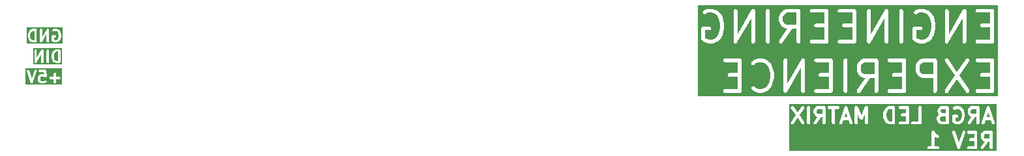
<source format=gbr>
%TF.GenerationSoftware,KiCad,Pcbnew,8.0.7*%
%TF.CreationDate,2025-02-01T19:51:36+00:00*%
%TF.ProjectId,LED-Panel,4c45442d-5061-46e6-956c-2e6b69636164,rev?*%
%TF.SameCoordinates,Original*%
%TF.FileFunction,Legend,Bot*%
%TF.FilePolarity,Positive*%
%FSLAX46Y46*%
G04 Gerber Fmt 4.6, Leading zero omitted, Abs format (unit mm)*
G04 Created by KiCad (PCBNEW 8.0.7) date 2025-02-01 19:51:36*
%MOMM*%
%LPD*%
G01*
G04 APERTURE LIST*
%ADD10C,0.500000*%
%ADD11C,0.400000*%
%ADD12C,0.300000*%
G04 APERTURE END LIST*
D10*
G36*
X215099999Y-113505714D02*
G01*
X213885206Y-113505714D01*
X213593328Y-113359775D01*
X213460223Y-113226670D01*
X213314284Y-112934791D01*
X213314284Y-112481397D01*
X213460224Y-112189516D01*
X213593325Y-112056416D01*
X213885206Y-111910476D01*
X215099999Y-111910476D01*
X215099999Y-113505714D01*
G37*
G36*
X222719047Y-113505714D02*
G01*
X221504254Y-113505714D01*
X221212376Y-113359775D01*
X221079271Y-113226670D01*
X220933332Y-112934791D01*
X220933332Y-112481397D01*
X221079272Y-112189516D01*
X221212373Y-112056416D01*
X221504254Y-111910476D01*
X222719047Y-111910476D01*
X222719047Y-113505714D01*
G37*
G36*
X205004761Y-107065938D02*
G01*
X203789968Y-107065938D01*
X203498090Y-106919999D01*
X203364985Y-106786894D01*
X203219046Y-106495015D01*
X203219046Y-106041621D01*
X203364986Y-105749740D01*
X203498087Y-105616640D01*
X203789968Y-105470700D01*
X205004761Y-105470700D01*
X205004761Y-107065938D01*
G37*
G36*
X231092063Y-116354920D02*
G01*
X192179364Y-116354920D01*
X192179364Y-111611703D01*
X195485755Y-111611703D01*
X195485755Y-111709249D01*
X195523084Y-111799369D01*
X195592058Y-111868343D01*
X195682178Y-111905672D01*
X195730951Y-111910476D01*
X197385713Y-111910476D01*
X197385713Y-113315238D01*
X196302379Y-113315238D01*
X196253606Y-113320042D01*
X196163486Y-113357371D01*
X196094512Y-113426345D01*
X196057183Y-113516465D01*
X196057183Y-113614011D01*
X196094512Y-113704131D01*
X196163486Y-113773105D01*
X196253606Y-113810434D01*
X196302379Y-113815238D01*
X197385713Y-113815238D01*
X197385713Y-115410476D01*
X195730951Y-115410476D01*
X195682178Y-115415280D01*
X195592058Y-115452609D01*
X195523084Y-115521583D01*
X195485755Y-115611703D01*
X195485755Y-115709249D01*
X195523084Y-115799369D01*
X195592058Y-115868343D01*
X195682178Y-115905672D01*
X195730951Y-115910476D01*
X197635713Y-115910476D01*
X197684486Y-115905672D01*
X197774606Y-115868343D01*
X197843580Y-115799369D01*
X197880909Y-115709249D01*
X197885713Y-115660476D01*
X197885713Y-111992656D01*
X199104802Y-111992656D01*
X199104802Y-112090200D01*
X199142131Y-112180320D01*
X199211106Y-112249295D01*
X199301226Y-112286624D01*
X199398770Y-112286624D01*
X199488890Y-112249295D01*
X199526775Y-112218205D01*
X199675519Y-112069460D01*
X200152473Y-111910476D01*
X200452285Y-111910476D01*
X200929238Y-112069460D01*
X201239771Y-112379992D01*
X201399833Y-112700115D01*
X201576189Y-113405539D01*
X201576189Y-113915412D01*
X201399832Y-114620840D01*
X201239771Y-114940958D01*
X200929239Y-115251491D01*
X200452285Y-115410476D01*
X200152473Y-115410476D01*
X199675519Y-115251491D01*
X199526775Y-115102747D01*
X199488891Y-115071656D01*
X199398771Y-115034327D01*
X199301227Y-115034327D01*
X199211107Y-115071655D01*
X199142131Y-115140630D01*
X199104802Y-115230750D01*
X199104802Y-115328294D01*
X199142130Y-115418414D01*
X199173221Y-115456299D01*
X199363697Y-115646776D01*
X199401581Y-115677867D01*
X199409880Y-115681304D01*
X199416666Y-115687190D01*
X199461417Y-115707171D01*
X200032846Y-115897647D01*
X200057032Y-115903146D01*
X200063130Y-115905672D01*
X200071970Y-115906542D01*
X200080636Y-115908513D01*
X200087221Y-115908044D01*
X200111903Y-115910476D01*
X200492855Y-115910476D01*
X200517536Y-115908044D01*
X200524123Y-115908513D01*
X200532788Y-115906542D01*
X200541628Y-115905672D01*
X200547725Y-115903146D01*
X200571912Y-115897647D01*
X201143341Y-115707171D01*
X201188092Y-115687190D01*
X201194878Y-115681303D01*
X201203176Y-115677867D01*
X201241061Y-115646776D01*
X201622013Y-115265824D01*
X201637748Y-115246649D01*
X201642734Y-115242326D01*
X201647466Y-115234808D01*
X201653104Y-115227939D01*
X201655630Y-115221839D01*
X201668843Y-115200851D01*
X201859320Y-114819899D01*
X201860686Y-114816327D01*
X201861759Y-114814880D01*
X201869068Y-114794421D01*
X201876835Y-114774126D01*
X201876962Y-114772328D01*
X201878249Y-114768729D01*
X202068725Y-114006823D01*
X202069975Y-113998366D01*
X202071385Y-113994963D01*
X202073194Y-113976596D01*
X202075893Y-113958342D01*
X202075350Y-113954698D01*
X202076189Y-113946190D01*
X202076189Y-113374761D01*
X202075350Y-113366252D01*
X202075893Y-113362609D01*
X202073193Y-113344353D01*
X202071385Y-113325988D01*
X202069975Y-113322585D01*
X202068725Y-113314127D01*
X201878249Y-112552223D01*
X201876962Y-112548622D01*
X201876835Y-112546826D01*
X201869074Y-112526544D01*
X201861759Y-112506071D01*
X201860685Y-112504621D01*
X201859320Y-112501054D01*
X201668843Y-112120100D01*
X201655627Y-112099106D01*
X201653103Y-112093012D01*
X201647469Y-112086147D01*
X201642734Y-112078625D01*
X201637745Y-112074298D01*
X201622012Y-112055127D01*
X201241061Y-111674175D01*
X201224368Y-111660476D01*
X203290474Y-111660476D01*
X203290474Y-115660476D01*
X203291709Y-115673022D01*
X203291085Y-115677938D01*
X203292820Y-115684303D01*
X203295278Y-115709249D01*
X203308001Y-115739965D01*
X203316750Y-115772045D01*
X203326508Y-115784645D01*
X203332607Y-115799369D01*
X203356117Y-115822879D01*
X203376476Y-115849168D01*
X203390312Y-115857074D01*
X203401581Y-115868343D01*
X203432301Y-115881067D01*
X203461170Y-115897564D01*
X203476978Y-115899573D01*
X203491701Y-115905672D01*
X203524952Y-115905672D01*
X203557936Y-115909865D01*
X203573311Y-115905672D01*
X203589247Y-115905672D01*
X203619963Y-115892948D01*
X203652043Y-115884200D01*
X203664643Y-115874441D01*
X203679367Y-115868343D01*
X203702877Y-115844832D01*
X203729166Y-115824474D01*
X203743675Y-115804034D01*
X203748341Y-115799369D01*
X203750237Y-115794791D01*
X203757535Y-115784511D01*
X205576189Y-112601867D01*
X205576189Y-115660476D01*
X205580993Y-115709249D01*
X205618322Y-115799369D01*
X205687296Y-115868343D01*
X205777416Y-115905672D01*
X205874962Y-115905672D01*
X205965082Y-115868343D01*
X206034056Y-115799369D01*
X206071385Y-115709249D01*
X206076189Y-115660476D01*
X206076189Y-111660476D01*
X206074953Y-111647929D01*
X206075578Y-111643014D01*
X206073842Y-111636648D01*
X206071385Y-111611703D01*
X207295279Y-111611703D01*
X207295279Y-111709249D01*
X207332608Y-111799369D01*
X207401582Y-111868343D01*
X207491702Y-111905672D01*
X207540475Y-111910476D01*
X209195237Y-111910476D01*
X209195237Y-113315238D01*
X208111903Y-113315238D01*
X208063130Y-113320042D01*
X207973010Y-113357371D01*
X207904036Y-113426345D01*
X207866707Y-113516465D01*
X207866707Y-113614011D01*
X207904036Y-113704131D01*
X207973010Y-113773105D01*
X208063130Y-113810434D01*
X208111903Y-113815238D01*
X209195237Y-113815238D01*
X209195237Y-115410476D01*
X207540475Y-115410476D01*
X207491702Y-115415280D01*
X207401582Y-115452609D01*
X207332608Y-115521583D01*
X207295279Y-115611703D01*
X207295279Y-115709249D01*
X207332608Y-115799369D01*
X207401582Y-115868343D01*
X207491702Y-115905672D01*
X207540475Y-115910476D01*
X209445237Y-115910476D01*
X209494010Y-115905672D01*
X209584130Y-115868343D01*
X209653104Y-115799369D01*
X209690433Y-115709249D01*
X209695237Y-115660476D01*
X209695237Y-111660476D01*
X211099999Y-111660476D01*
X211099999Y-115660476D01*
X211104803Y-115709249D01*
X211142132Y-115799369D01*
X211211106Y-115868343D01*
X211301226Y-115905672D01*
X211398772Y-115905672D01*
X211488892Y-115868343D01*
X211557866Y-115799369D01*
X211595195Y-115709249D01*
X211599999Y-115660476D01*
X211599999Y-112422380D01*
X212814284Y-112422380D01*
X212814284Y-112993809D01*
X212819088Y-113042582D01*
X212822525Y-113050880D01*
X212823162Y-113059840D01*
X212840677Y-113105612D01*
X213031153Y-113486564D01*
X213044367Y-113507556D01*
X213046893Y-113513653D01*
X213052527Y-113520519D01*
X213057262Y-113528040D01*
X213062248Y-113532365D01*
X213077983Y-113551538D01*
X213268460Y-113742015D01*
X213287632Y-113757748D01*
X213291958Y-113762736D01*
X213299478Y-113767470D01*
X213306345Y-113773105D01*
X213312441Y-113775630D01*
X213333434Y-113788845D01*
X213714385Y-113979321D01*
X213760158Y-113996836D01*
X213769117Y-113997472D01*
X213777416Y-114000910D01*
X213826189Y-114005714D01*
X213917454Y-114005714D01*
X212859476Y-115517110D01*
X212835442Y-115559822D01*
X212814343Y-115655058D01*
X212831295Y-115751117D01*
X212883717Y-115833379D01*
X212963630Y-115889318D01*
X213058866Y-115910417D01*
X213154925Y-115893465D01*
X213237187Y-115841043D01*
X213269092Y-115803842D01*
X214527782Y-114005714D01*
X215099999Y-114005714D01*
X215099999Y-115660476D01*
X215104803Y-115709249D01*
X215142132Y-115799369D01*
X215211106Y-115868343D01*
X215301226Y-115905672D01*
X215398772Y-115905672D01*
X215488892Y-115868343D01*
X215557866Y-115799369D01*
X215595195Y-115709249D01*
X215599999Y-115660476D01*
X215599999Y-111660476D01*
X215595195Y-111611703D01*
X216819089Y-111611703D01*
X216819089Y-111709249D01*
X216856418Y-111799369D01*
X216925392Y-111868343D01*
X217015512Y-111905672D01*
X217064285Y-111910476D01*
X218719047Y-111910476D01*
X218719047Y-113315238D01*
X217635713Y-113315238D01*
X217586940Y-113320042D01*
X217496820Y-113357371D01*
X217427846Y-113426345D01*
X217390517Y-113516465D01*
X217390517Y-113614011D01*
X217427846Y-113704131D01*
X217496820Y-113773105D01*
X217586940Y-113810434D01*
X217635713Y-113815238D01*
X218719047Y-113815238D01*
X218719047Y-115410476D01*
X217064285Y-115410476D01*
X217015512Y-115415280D01*
X216925392Y-115452609D01*
X216856418Y-115521583D01*
X216819089Y-115611703D01*
X216819089Y-115709249D01*
X216856418Y-115799369D01*
X216925392Y-115868343D01*
X217015512Y-115905672D01*
X217064285Y-115910476D01*
X218969047Y-115910476D01*
X219017820Y-115905672D01*
X219107940Y-115868343D01*
X219176914Y-115799369D01*
X219214243Y-115709249D01*
X219219047Y-115660476D01*
X219219047Y-112422380D01*
X220433332Y-112422380D01*
X220433332Y-112993809D01*
X220438136Y-113042582D01*
X220441573Y-113050880D01*
X220442210Y-113059840D01*
X220459725Y-113105612D01*
X220650201Y-113486564D01*
X220663415Y-113507556D01*
X220665941Y-113513653D01*
X220671575Y-113520519D01*
X220676310Y-113528040D01*
X220681296Y-113532365D01*
X220697031Y-113551538D01*
X220887508Y-113742015D01*
X220906680Y-113757748D01*
X220911006Y-113762736D01*
X220918526Y-113767470D01*
X220925393Y-113773105D01*
X220931489Y-113775630D01*
X220952482Y-113788845D01*
X221333433Y-113979321D01*
X221379206Y-113996836D01*
X221388165Y-113997472D01*
X221396464Y-114000910D01*
X221445237Y-114005714D01*
X222719047Y-114005714D01*
X222719047Y-115660476D01*
X222723851Y-115709249D01*
X222761180Y-115799369D01*
X222830154Y-115868343D01*
X222920274Y-115905672D01*
X223017820Y-115905672D01*
X223107940Y-115868343D01*
X223176914Y-115799369D01*
X223214243Y-115709249D01*
X223219047Y-115660476D01*
X223219047Y-111660476D01*
X223219021Y-111660214D01*
X224242856Y-111660214D01*
X224261786Y-111755905D01*
X224284843Y-111799151D01*
X225525726Y-113660476D01*
X224284843Y-115521801D01*
X224261786Y-115565047D01*
X224242856Y-115660738D01*
X224261986Y-115756388D01*
X224316264Y-115837437D01*
X224397427Y-115891546D01*
X224493118Y-115910476D01*
X224588768Y-115891346D01*
X224669817Y-115837068D01*
X224700869Y-115799151D01*
X225826189Y-114111170D01*
X226951510Y-115799151D01*
X226982562Y-115837068D01*
X227063611Y-115891346D01*
X227159261Y-115910476D01*
X227254952Y-115891546D01*
X227336115Y-115837437D01*
X227390393Y-115756388D01*
X227409523Y-115660738D01*
X227390593Y-115565047D01*
X227367536Y-115521801D01*
X226126652Y-113660476D01*
X227367536Y-111799151D01*
X227390593Y-111755905D01*
X227409523Y-111660214D01*
X227399821Y-111611703D01*
X228247661Y-111611703D01*
X228247661Y-111709249D01*
X228284990Y-111799369D01*
X228353964Y-111868343D01*
X228444084Y-111905672D01*
X228492857Y-111910476D01*
X230147619Y-111910476D01*
X230147619Y-113315238D01*
X229064285Y-113315238D01*
X229015512Y-113320042D01*
X228925392Y-113357371D01*
X228856418Y-113426345D01*
X228819089Y-113516465D01*
X228819089Y-113614011D01*
X228856418Y-113704131D01*
X228925392Y-113773105D01*
X229015512Y-113810434D01*
X229064285Y-113815238D01*
X230147619Y-113815238D01*
X230147619Y-115410476D01*
X228492857Y-115410476D01*
X228444084Y-115415280D01*
X228353964Y-115452609D01*
X228284990Y-115521583D01*
X228247661Y-115611703D01*
X228247661Y-115709249D01*
X228284990Y-115799369D01*
X228353964Y-115868343D01*
X228444084Y-115905672D01*
X228492857Y-115910476D01*
X230397619Y-115910476D01*
X230446392Y-115905672D01*
X230536512Y-115868343D01*
X230605486Y-115799369D01*
X230642815Y-115709249D01*
X230647619Y-115660476D01*
X230647619Y-111660476D01*
X230642815Y-111611703D01*
X230605486Y-111521583D01*
X230536512Y-111452609D01*
X230446392Y-111415280D01*
X230397619Y-111410476D01*
X228492857Y-111410476D01*
X228444084Y-111415280D01*
X228353964Y-111452609D01*
X228284990Y-111521583D01*
X228247661Y-111611703D01*
X227399821Y-111611703D01*
X227390393Y-111564564D01*
X227336115Y-111483515D01*
X227254952Y-111429406D01*
X227159261Y-111410476D01*
X227063611Y-111429606D01*
X226982562Y-111483884D01*
X226951510Y-111521801D01*
X225826189Y-113209781D01*
X224700869Y-111521801D01*
X224669817Y-111483884D01*
X224588768Y-111429606D01*
X224493118Y-111410476D01*
X224397427Y-111429406D01*
X224316264Y-111483515D01*
X224261986Y-111564564D01*
X224242856Y-111660214D01*
X223219021Y-111660214D01*
X223214243Y-111611703D01*
X223176914Y-111521583D01*
X223107940Y-111452609D01*
X223017820Y-111415280D01*
X222969047Y-111410476D01*
X221445237Y-111410476D01*
X221396464Y-111415280D01*
X221388165Y-111418717D01*
X221379206Y-111419354D01*
X221333433Y-111436869D01*
X220952482Y-111627345D01*
X220931493Y-111640557D01*
X220925393Y-111643084D01*
X220918522Y-111648722D01*
X220911006Y-111653454D01*
X220906682Y-111658439D01*
X220887508Y-111674175D01*
X220697032Y-111864651D01*
X220681297Y-111883823D01*
X220676310Y-111888149D01*
X220671577Y-111895667D01*
X220665941Y-111902535D01*
X220663414Y-111908634D01*
X220650201Y-111929625D01*
X220459725Y-112310577D01*
X220442210Y-112356349D01*
X220441573Y-112365308D01*
X220438136Y-112373607D01*
X220433332Y-112422380D01*
X219219047Y-112422380D01*
X219219047Y-111660476D01*
X219214243Y-111611703D01*
X219176914Y-111521583D01*
X219107940Y-111452609D01*
X219017820Y-111415280D01*
X218969047Y-111410476D01*
X217064285Y-111410476D01*
X217015512Y-111415280D01*
X216925392Y-111452609D01*
X216856418Y-111521583D01*
X216819089Y-111611703D01*
X215595195Y-111611703D01*
X215557866Y-111521583D01*
X215488892Y-111452609D01*
X215398772Y-111415280D01*
X215349999Y-111410476D01*
X213826189Y-111410476D01*
X213777416Y-111415280D01*
X213769117Y-111418717D01*
X213760158Y-111419354D01*
X213714385Y-111436869D01*
X213333434Y-111627345D01*
X213312445Y-111640557D01*
X213306345Y-111643084D01*
X213299474Y-111648722D01*
X213291958Y-111653454D01*
X213287634Y-111658439D01*
X213268460Y-111674175D01*
X213077984Y-111864651D01*
X213062249Y-111883823D01*
X213057262Y-111888149D01*
X213052529Y-111895667D01*
X213046893Y-111902535D01*
X213044366Y-111908634D01*
X213031153Y-111929625D01*
X212840677Y-112310577D01*
X212823162Y-112356349D01*
X212822525Y-112365308D01*
X212819088Y-112373607D01*
X212814284Y-112422380D01*
X211599999Y-112422380D01*
X211599999Y-111660476D01*
X211595195Y-111611703D01*
X211557866Y-111521583D01*
X211488892Y-111452609D01*
X211398772Y-111415280D01*
X211301226Y-111415280D01*
X211211106Y-111452609D01*
X211142132Y-111521583D01*
X211104803Y-111611703D01*
X211099999Y-111660476D01*
X209695237Y-111660476D01*
X209690433Y-111611703D01*
X209653104Y-111521583D01*
X209584130Y-111452609D01*
X209494010Y-111415280D01*
X209445237Y-111410476D01*
X207540475Y-111410476D01*
X207491702Y-111415280D01*
X207401582Y-111452609D01*
X207332608Y-111521583D01*
X207295279Y-111611703D01*
X206071385Y-111611703D01*
X206058661Y-111580986D01*
X206049913Y-111548907D01*
X206040154Y-111536306D01*
X206034056Y-111521583D01*
X206010545Y-111498072D01*
X205990187Y-111471784D01*
X205976350Y-111463877D01*
X205965082Y-111452609D01*
X205934364Y-111439885D01*
X205905494Y-111423388D01*
X205889684Y-111421378D01*
X205874962Y-111415280D01*
X205841717Y-111415280D01*
X205808727Y-111411086D01*
X205793349Y-111415280D01*
X205777416Y-111415280D01*
X205746701Y-111428002D01*
X205714620Y-111436752D01*
X205702019Y-111446510D01*
X205687296Y-111452609D01*
X205663783Y-111476121D01*
X205637498Y-111496478D01*
X205622988Y-111516916D01*
X205618322Y-111521583D01*
X205616425Y-111526161D01*
X205609128Y-111536441D01*
X203790474Y-114719084D01*
X203790474Y-111660476D01*
X203785670Y-111611703D01*
X203748341Y-111521583D01*
X203679367Y-111452609D01*
X203589247Y-111415280D01*
X203491701Y-111415280D01*
X203401581Y-111452609D01*
X203332607Y-111521583D01*
X203295278Y-111611703D01*
X203290474Y-111660476D01*
X201224368Y-111660476D01*
X201203176Y-111643085D01*
X201194878Y-111639648D01*
X201188092Y-111633762D01*
X201143341Y-111613781D01*
X200571912Y-111423305D01*
X200547725Y-111417805D01*
X200541628Y-111415280D01*
X200532788Y-111414409D01*
X200524123Y-111412439D01*
X200517536Y-111412907D01*
X200492855Y-111410476D01*
X200111903Y-111410476D01*
X200087221Y-111412907D01*
X200080636Y-111412439D01*
X200071970Y-111414409D01*
X200063130Y-111415280D01*
X200057032Y-111417805D01*
X200032846Y-111423305D01*
X199461417Y-111613781D01*
X199416666Y-111633762D01*
X199409881Y-111639646D01*
X199401582Y-111643084D01*
X199363697Y-111674175D01*
X199173221Y-111864651D01*
X199142131Y-111902536D01*
X199104802Y-111992656D01*
X197885713Y-111992656D01*
X197885713Y-111660476D01*
X197880909Y-111611703D01*
X197843580Y-111521583D01*
X197774606Y-111452609D01*
X197684486Y-111415280D01*
X197635713Y-111410476D01*
X195730951Y-111410476D01*
X195682178Y-111415280D01*
X195592058Y-111452609D01*
X195523084Y-111521583D01*
X195485755Y-111611703D01*
X192179364Y-111611703D01*
X192179364Y-107506414D01*
X192623808Y-107506414D01*
X192623808Y-108839747D01*
X192628612Y-108888520D01*
X192665941Y-108978640D01*
X192665944Y-108978643D01*
X192697031Y-109016523D01*
X192887507Y-109207000D01*
X192925391Y-109238091D01*
X192933690Y-109241528D01*
X192940476Y-109247414D01*
X192985227Y-109267395D01*
X193556656Y-109457871D01*
X193580842Y-109463370D01*
X193586940Y-109465896D01*
X193595780Y-109466766D01*
X193604446Y-109468737D01*
X193611031Y-109468268D01*
X193635713Y-109470700D01*
X194016665Y-109470700D01*
X194041346Y-109468268D01*
X194047933Y-109468737D01*
X194056598Y-109466766D01*
X194065438Y-109465896D01*
X194071535Y-109463370D01*
X194095722Y-109457871D01*
X194667151Y-109267395D01*
X194711902Y-109247414D01*
X194718688Y-109241527D01*
X194726986Y-109238091D01*
X194764871Y-109207000D01*
X195145823Y-108826048D01*
X195161558Y-108806873D01*
X195166544Y-108802550D01*
X195171276Y-108795032D01*
X195176914Y-108788163D01*
X195179440Y-108782063D01*
X195192653Y-108761075D01*
X195383130Y-108380123D01*
X195384496Y-108376551D01*
X195385569Y-108375104D01*
X195392878Y-108354645D01*
X195400645Y-108334350D01*
X195400772Y-108332552D01*
X195402059Y-108328953D01*
X195592535Y-107567047D01*
X195593785Y-107558590D01*
X195595195Y-107555187D01*
X195597004Y-107536820D01*
X195599703Y-107518566D01*
X195599160Y-107514922D01*
X195599999Y-107506414D01*
X195599999Y-106934985D01*
X195599160Y-106926476D01*
X195599703Y-106922833D01*
X195597003Y-106904577D01*
X195595195Y-106886212D01*
X195593785Y-106882809D01*
X195592535Y-106874351D01*
X195402059Y-106112447D01*
X195400772Y-106108846D01*
X195400645Y-106107050D01*
X195392884Y-106086768D01*
X195385569Y-106066295D01*
X195384495Y-106064845D01*
X195383130Y-106061278D01*
X195192653Y-105680324D01*
X195179437Y-105659330D01*
X195176913Y-105653236D01*
X195171279Y-105646371D01*
X195166544Y-105638849D01*
X195161555Y-105634522D01*
X195145822Y-105615351D01*
X194764871Y-105234399D01*
X194748178Y-105220700D01*
X196814284Y-105220700D01*
X196814284Y-109220700D01*
X196815519Y-109233246D01*
X196814895Y-109238162D01*
X196816630Y-109244527D01*
X196819088Y-109269473D01*
X196831811Y-109300189D01*
X196840560Y-109332269D01*
X196850318Y-109344869D01*
X196856417Y-109359593D01*
X196879927Y-109383103D01*
X196900286Y-109409392D01*
X196914122Y-109417298D01*
X196925391Y-109428567D01*
X196956111Y-109441291D01*
X196984980Y-109457788D01*
X197000788Y-109459797D01*
X197015511Y-109465896D01*
X197048762Y-109465896D01*
X197081746Y-109470089D01*
X197097121Y-109465896D01*
X197113057Y-109465896D01*
X197143773Y-109453172D01*
X197175853Y-109444424D01*
X197188453Y-109434665D01*
X197203177Y-109428567D01*
X197226687Y-109405056D01*
X197252976Y-109384698D01*
X197267485Y-109364258D01*
X197272151Y-109359593D01*
X197274047Y-109355015D01*
X197281345Y-109344735D01*
X199099999Y-106162091D01*
X199099999Y-109220700D01*
X199104803Y-109269473D01*
X199142132Y-109359593D01*
X199211106Y-109428567D01*
X199301226Y-109465896D01*
X199398772Y-109465896D01*
X199488892Y-109428567D01*
X199557866Y-109359593D01*
X199595195Y-109269473D01*
X199599999Y-109220700D01*
X199599999Y-105220700D01*
X201004761Y-105220700D01*
X201004761Y-109220700D01*
X201009565Y-109269473D01*
X201046894Y-109359593D01*
X201115868Y-109428567D01*
X201205988Y-109465896D01*
X201303534Y-109465896D01*
X201393654Y-109428567D01*
X201462628Y-109359593D01*
X201499957Y-109269473D01*
X201504761Y-109220700D01*
X201504761Y-105982604D01*
X202719046Y-105982604D01*
X202719046Y-106554033D01*
X202723850Y-106602806D01*
X202727287Y-106611104D01*
X202727924Y-106620064D01*
X202745439Y-106665836D01*
X202935915Y-107046788D01*
X202949129Y-107067780D01*
X202951655Y-107073877D01*
X202957289Y-107080743D01*
X202962024Y-107088264D01*
X202967010Y-107092589D01*
X202982745Y-107111762D01*
X203173222Y-107302239D01*
X203192394Y-107317972D01*
X203196720Y-107322960D01*
X203204240Y-107327694D01*
X203211107Y-107333329D01*
X203217203Y-107335854D01*
X203238196Y-107349069D01*
X203619147Y-107539545D01*
X203664920Y-107557060D01*
X203673879Y-107557696D01*
X203682178Y-107561134D01*
X203730951Y-107565938D01*
X203822216Y-107565938D01*
X202764238Y-109077334D01*
X202740204Y-109120046D01*
X202719105Y-109215282D01*
X202736057Y-109311341D01*
X202788479Y-109393603D01*
X202868392Y-109449542D01*
X202963628Y-109470641D01*
X203059687Y-109453689D01*
X203141949Y-109401267D01*
X203173854Y-109364066D01*
X204432544Y-107565938D01*
X205004761Y-107565938D01*
X205004761Y-109220700D01*
X205009565Y-109269473D01*
X205046894Y-109359593D01*
X205115868Y-109428567D01*
X205205988Y-109465896D01*
X205303534Y-109465896D01*
X205393654Y-109428567D01*
X205462628Y-109359593D01*
X205499957Y-109269473D01*
X205504761Y-109220700D01*
X205504761Y-105220700D01*
X205499957Y-105171927D01*
X206723851Y-105171927D01*
X206723851Y-105269473D01*
X206761180Y-105359593D01*
X206830154Y-105428567D01*
X206920274Y-105465896D01*
X206969047Y-105470700D01*
X208623809Y-105470700D01*
X208623809Y-106875462D01*
X207540475Y-106875462D01*
X207491702Y-106880266D01*
X207401582Y-106917595D01*
X207332608Y-106986569D01*
X207295279Y-107076689D01*
X207295279Y-107174235D01*
X207332608Y-107264355D01*
X207401582Y-107333329D01*
X207491702Y-107370658D01*
X207540475Y-107375462D01*
X208623809Y-107375462D01*
X208623809Y-108970700D01*
X206969047Y-108970700D01*
X206920274Y-108975504D01*
X206830154Y-109012833D01*
X206761180Y-109081807D01*
X206723851Y-109171927D01*
X206723851Y-109269473D01*
X206761180Y-109359593D01*
X206830154Y-109428567D01*
X206920274Y-109465896D01*
X206969047Y-109470700D01*
X208873809Y-109470700D01*
X208922582Y-109465896D01*
X209012702Y-109428567D01*
X209081676Y-109359593D01*
X209119005Y-109269473D01*
X209123809Y-109220700D01*
X209123809Y-105220700D01*
X209119005Y-105171927D01*
X210342899Y-105171927D01*
X210342899Y-105269473D01*
X210380228Y-105359593D01*
X210449202Y-105428567D01*
X210539322Y-105465896D01*
X210588095Y-105470700D01*
X212242857Y-105470700D01*
X212242857Y-106875462D01*
X211159523Y-106875462D01*
X211110750Y-106880266D01*
X211020630Y-106917595D01*
X210951656Y-106986569D01*
X210914327Y-107076689D01*
X210914327Y-107174235D01*
X210951656Y-107264355D01*
X211020630Y-107333329D01*
X211110750Y-107370658D01*
X211159523Y-107375462D01*
X212242857Y-107375462D01*
X212242857Y-108970700D01*
X210588095Y-108970700D01*
X210539322Y-108975504D01*
X210449202Y-109012833D01*
X210380228Y-109081807D01*
X210342899Y-109171927D01*
X210342899Y-109269473D01*
X210380228Y-109359593D01*
X210449202Y-109428567D01*
X210539322Y-109465896D01*
X210588095Y-109470700D01*
X212492857Y-109470700D01*
X212541630Y-109465896D01*
X212631750Y-109428567D01*
X212700724Y-109359593D01*
X212738053Y-109269473D01*
X212742857Y-109220700D01*
X212742857Y-105220700D01*
X214147618Y-105220700D01*
X214147618Y-109220700D01*
X214148853Y-109233246D01*
X214148229Y-109238162D01*
X214149964Y-109244527D01*
X214152422Y-109269473D01*
X214165145Y-109300189D01*
X214173894Y-109332269D01*
X214183652Y-109344869D01*
X214189751Y-109359593D01*
X214213261Y-109383103D01*
X214233620Y-109409392D01*
X214247456Y-109417298D01*
X214258725Y-109428567D01*
X214289445Y-109441291D01*
X214318314Y-109457788D01*
X214334122Y-109459797D01*
X214348845Y-109465896D01*
X214382096Y-109465896D01*
X214415080Y-109470089D01*
X214430455Y-109465896D01*
X214446391Y-109465896D01*
X214477107Y-109453172D01*
X214509187Y-109444424D01*
X214521787Y-109434665D01*
X214536511Y-109428567D01*
X214560021Y-109405056D01*
X214586310Y-109384698D01*
X214600819Y-109364258D01*
X214605485Y-109359593D01*
X214607381Y-109355015D01*
X214614679Y-109344735D01*
X216433333Y-106162091D01*
X216433333Y-109220700D01*
X216438137Y-109269473D01*
X216475466Y-109359593D01*
X216544440Y-109428567D01*
X216634560Y-109465896D01*
X216732106Y-109465896D01*
X216822226Y-109428567D01*
X216891200Y-109359593D01*
X216928529Y-109269473D01*
X216933333Y-109220700D01*
X216933333Y-105220700D01*
X218338095Y-105220700D01*
X218338095Y-109220700D01*
X218342899Y-109269473D01*
X218380228Y-109359593D01*
X218449202Y-109428567D01*
X218539322Y-109465896D01*
X218636868Y-109465896D01*
X218726988Y-109428567D01*
X218795962Y-109359593D01*
X218833291Y-109269473D01*
X218838095Y-109220700D01*
X218838095Y-107506414D01*
X220052380Y-107506414D01*
X220052380Y-108839747D01*
X220057184Y-108888520D01*
X220094513Y-108978640D01*
X220094516Y-108978643D01*
X220125603Y-109016523D01*
X220316079Y-109207000D01*
X220353963Y-109238091D01*
X220362262Y-109241528D01*
X220369048Y-109247414D01*
X220413799Y-109267395D01*
X220985228Y-109457871D01*
X221009414Y-109463370D01*
X221015512Y-109465896D01*
X221024352Y-109466766D01*
X221033018Y-109468737D01*
X221039603Y-109468268D01*
X221064285Y-109470700D01*
X221445237Y-109470700D01*
X221469918Y-109468268D01*
X221476505Y-109468737D01*
X221485170Y-109466766D01*
X221494010Y-109465896D01*
X221500107Y-109463370D01*
X221524294Y-109457871D01*
X222095723Y-109267395D01*
X222140474Y-109247414D01*
X222147260Y-109241527D01*
X222155558Y-109238091D01*
X222193443Y-109207000D01*
X222574395Y-108826048D01*
X222590130Y-108806873D01*
X222595116Y-108802550D01*
X222599848Y-108795032D01*
X222605486Y-108788163D01*
X222608012Y-108782063D01*
X222621225Y-108761075D01*
X222811702Y-108380123D01*
X222813068Y-108376551D01*
X222814141Y-108375104D01*
X222821450Y-108354645D01*
X222829217Y-108334350D01*
X222829344Y-108332552D01*
X222830631Y-108328953D01*
X223021107Y-107567047D01*
X223022357Y-107558590D01*
X223023767Y-107555187D01*
X223025576Y-107536820D01*
X223028275Y-107518566D01*
X223027732Y-107514922D01*
X223028571Y-107506414D01*
X223028571Y-106934985D01*
X223027732Y-106926476D01*
X223028275Y-106922833D01*
X223025575Y-106904577D01*
X223023767Y-106886212D01*
X223022357Y-106882809D01*
X223021107Y-106874351D01*
X222830631Y-106112447D01*
X222829344Y-106108846D01*
X222829217Y-106107050D01*
X222821456Y-106086768D01*
X222814141Y-106066295D01*
X222813067Y-106064845D01*
X222811702Y-106061278D01*
X222621225Y-105680324D01*
X222608009Y-105659330D01*
X222605485Y-105653236D01*
X222599851Y-105646371D01*
X222595116Y-105638849D01*
X222590127Y-105634522D01*
X222574394Y-105615351D01*
X222193443Y-105234399D01*
X222176750Y-105220700D01*
X224242856Y-105220700D01*
X224242856Y-109220700D01*
X224244091Y-109233246D01*
X224243467Y-109238162D01*
X224245202Y-109244527D01*
X224247660Y-109269473D01*
X224260383Y-109300189D01*
X224269132Y-109332269D01*
X224278890Y-109344869D01*
X224284989Y-109359593D01*
X224308499Y-109383103D01*
X224328858Y-109409392D01*
X224342694Y-109417298D01*
X224353963Y-109428567D01*
X224384683Y-109441291D01*
X224413552Y-109457788D01*
X224429360Y-109459797D01*
X224444083Y-109465896D01*
X224477334Y-109465896D01*
X224510318Y-109470089D01*
X224525693Y-109465896D01*
X224541629Y-109465896D01*
X224572345Y-109453172D01*
X224604425Y-109444424D01*
X224617025Y-109434665D01*
X224631749Y-109428567D01*
X224655259Y-109405056D01*
X224681548Y-109384698D01*
X224696057Y-109364258D01*
X224700723Y-109359593D01*
X224702619Y-109355015D01*
X224709917Y-109344735D01*
X226528571Y-106162091D01*
X226528571Y-109220700D01*
X226533375Y-109269473D01*
X226570704Y-109359593D01*
X226639678Y-109428567D01*
X226729798Y-109465896D01*
X226827344Y-109465896D01*
X226917464Y-109428567D01*
X226986438Y-109359593D01*
X227023767Y-109269473D01*
X227028571Y-109220700D01*
X227028571Y-105220700D01*
X227027335Y-105208153D01*
X227027960Y-105203238D01*
X227026224Y-105196872D01*
X227023767Y-105171927D01*
X228247661Y-105171927D01*
X228247661Y-105269473D01*
X228284990Y-105359593D01*
X228353964Y-105428567D01*
X228444084Y-105465896D01*
X228492857Y-105470700D01*
X230147619Y-105470700D01*
X230147619Y-106875462D01*
X229064285Y-106875462D01*
X229015512Y-106880266D01*
X228925392Y-106917595D01*
X228856418Y-106986569D01*
X228819089Y-107076689D01*
X228819089Y-107174235D01*
X228856418Y-107264355D01*
X228925392Y-107333329D01*
X229015512Y-107370658D01*
X229064285Y-107375462D01*
X230147619Y-107375462D01*
X230147619Y-108970700D01*
X228492857Y-108970700D01*
X228444084Y-108975504D01*
X228353964Y-109012833D01*
X228284990Y-109081807D01*
X228247661Y-109171927D01*
X228247661Y-109269473D01*
X228284990Y-109359593D01*
X228353964Y-109428567D01*
X228444084Y-109465896D01*
X228492857Y-109470700D01*
X230397619Y-109470700D01*
X230446392Y-109465896D01*
X230536512Y-109428567D01*
X230605486Y-109359593D01*
X230642815Y-109269473D01*
X230647619Y-109220700D01*
X230647619Y-105220700D01*
X230642815Y-105171927D01*
X230605486Y-105081807D01*
X230536512Y-105012833D01*
X230446392Y-104975504D01*
X230397619Y-104970700D01*
X228492857Y-104970700D01*
X228444084Y-104975504D01*
X228353964Y-105012833D01*
X228284990Y-105081807D01*
X228247661Y-105171927D01*
X227023767Y-105171927D01*
X227011043Y-105141210D01*
X227002295Y-105109131D01*
X226992536Y-105096530D01*
X226986438Y-105081807D01*
X226962927Y-105058296D01*
X226942569Y-105032008D01*
X226928732Y-105024101D01*
X226917464Y-105012833D01*
X226886746Y-105000109D01*
X226857876Y-104983612D01*
X226842066Y-104981602D01*
X226827344Y-104975504D01*
X226794099Y-104975504D01*
X226761109Y-104971310D01*
X226745731Y-104975504D01*
X226729798Y-104975504D01*
X226699083Y-104988226D01*
X226667002Y-104996976D01*
X226654401Y-105006734D01*
X226639678Y-105012833D01*
X226616165Y-105036345D01*
X226589880Y-105056702D01*
X226575370Y-105077140D01*
X226570704Y-105081807D01*
X226568807Y-105086385D01*
X226561510Y-105096665D01*
X224742856Y-108279308D01*
X224742856Y-105220700D01*
X224738052Y-105171927D01*
X224700723Y-105081807D01*
X224631749Y-105012833D01*
X224541629Y-104975504D01*
X224444083Y-104975504D01*
X224353963Y-105012833D01*
X224284989Y-105081807D01*
X224247660Y-105171927D01*
X224242856Y-105220700D01*
X222176750Y-105220700D01*
X222155558Y-105203309D01*
X222147260Y-105199872D01*
X222140474Y-105193986D01*
X222095723Y-105174005D01*
X221524294Y-104983529D01*
X221500107Y-104978029D01*
X221494010Y-104975504D01*
X221485170Y-104974633D01*
X221476505Y-104972663D01*
X221469918Y-104973131D01*
X221445237Y-104970700D01*
X220873809Y-104970700D01*
X220825036Y-104975504D01*
X220816737Y-104978941D01*
X220807778Y-104979578D01*
X220762006Y-104997093D01*
X220381053Y-105187569D01*
X220339577Y-105213678D01*
X220275666Y-105287369D01*
X220244819Y-105379907D01*
X220251734Y-105477207D01*
X220295358Y-105564455D01*
X220369049Y-105628366D01*
X220461587Y-105659213D01*
X220558887Y-105652298D01*
X220604659Y-105634783D01*
X220932826Y-105470700D01*
X221404667Y-105470700D01*
X221881620Y-105629684D01*
X222192153Y-105940216D01*
X222352215Y-106260339D01*
X222528571Y-106965763D01*
X222528571Y-107475636D01*
X222352214Y-108181064D01*
X222192153Y-108501182D01*
X221881621Y-108811715D01*
X221404667Y-108970700D01*
X221104855Y-108970700D01*
X220627901Y-108811715D01*
X220552380Y-108736194D01*
X220552380Y-107756414D01*
X221064285Y-107756414D01*
X221113058Y-107751610D01*
X221203178Y-107714281D01*
X221272152Y-107645307D01*
X221309481Y-107555187D01*
X221309481Y-107457641D01*
X221272152Y-107367521D01*
X221203178Y-107298547D01*
X221113058Y-107261218D01*
X221064285Y-107256414D01*
X220302380Y-107256414D01*
X220253607Y-107261218D01*
X220163487Y-107298547D01*
X220094513Y-107367521D01*
X220057184Y-107457641D01*
X220052380Y-107506414D01*
X218838095Y-107506414D01*
X218838095Y-105220700D01*
X218833291Y-105171927D01*
X218795962Y-105081807D01*
X218726988Y-105012833D01*
X218636868Y-104975504D01*
X218539322Y-104975504D01*
X218449202Y-105012833D01*
X218380228Y-105081807D01*
X218342899Y-105171927D01*
X218338095Y-105220700D01*
X216933333Y-105220700D01*
X216932097Y-105208153D01*
X216932722Y-105203238D01*
X216930986Y-105196872D01*
X216928529Y-105171927D01*
X216915805Y-105141210D01*
X216907057Y-105109131D01*
X216897298Y-105096530D01*
X216891200Y-105081807D01*
X216867689Y-105058296D01*
X216847331Y-105032008D01*
X216833494Y-105024101D01*
X216822226Y-105012833D01*
X216791508Y-105000109D01*
X216762638Y-104983612D01*
X216746828Y-104981602D01*
X216732106Y-104975504D01*
X216698861Y-104975504D01*
X216665871Y-104971310D01*
X216650493Y-104975504D01*
X216634560Y-104975504D01*
X216603845Y-104988226D01*
X216571764Y-104996976D01*
X216559163Y-105006734D01*
X216544440Y-105012833D01*
X216520927Y-105036345D01*
X216494642Y-105056702D01*
X216480132Y-105077140D01*
X216475466Y-105081807D01*
X216473569Y-105086385D01*
X216466272Y-105096665D01*
X214647618Y-108279308D01*
X214647618Y-105220700D01*
X214642814Y-105171927D01*
X214605485Y-105081807D01*
X214536511Y-105012833D01*
X214446391Y-104975504D01*
X214348845Y-104975504D01*
X214258725Y-105012833D01*
X214189751Y-105081807D01*
X214152422Y-105171927D01*
X214147618Y-105220700D01*
X212742857Y-105220700D01*
X212738053Y-105171927D01*
X212700724Y-105081807D01*
X212631750Y-105012833D01*
X212541630Y-104975504D01*
X212492857Y-104970700D01*
X210588095Y-104970700D01*
X210539322Y-104975504D01*
X210449202Y-105012833D01*
X210380228Y-105081807D01*
X210342899Y-105171927D01*
X209119005Y-105171927D01*
X209081676Y-105081807D01*
X209012702Y-105012833D01*
X208922582Y-104975504D01*
X208873809Y-104970700D01*
X206969047Y-104970700D01*
X206920274Y-104975504D01*
X206830154Y-105012833D01*
X206761180Y-105081807D01*
X206723851Y-105171927D01*
X205499957Y-105171927D01*
X205462628Y-105081807D01*
X205393654Y-105012833D01*
X205303534Y-104975504D01*
X205254761Y-104970700D01*
X203730951Y-104970700D01*
X203682178Y-104975504D01*
X203673879Y-104978941D01*
X203664920Y-104979578D01*
X203619147Y-104997093D01*
X203238196Y-105187569D01*
X203217207Y-105200781D01*
X203211107Y-105203308D01*
X203204236Y-105208946D01*
X203196720Y-105213678D01*
X203192396Y-105218663D01*
X203173222Y-105234399D01*
X202982746Y-105424875D01*
X202967011Y-105444047D01*
X202962024Y-105448373D01*
X202957291Y-105455891D01*
X202951655Y-105462759D01*
X202949128Y-105468858D01*
X202935915Y-105489849D01*
X202745439Y-105870801D01*
X202727924Y-105916573D01*
X202727287Y-105925532D01*
X202723850Y-105933831D01*
X202719046Y-105982604D01*
X201504761Y-105982604D01*
X201504761Y-105220700D01*
X201499957Y-105171927D01*
X201462628Y-105081807D01*
X201393654Y-105012833D01*
X201303534Y-104975504D01*
X201205988Y-104975504D01*
X201115868Y-105012833D01*
X201046894Y-105081807D01*
X201009565Y-105171927D01*
X201004761Y-105220700D01*
X199599999Y-105220700D01*
X199598763Y-105208153D01*
X199599388Y-105203238D01*
X199597652Y-105196872D01*
X199595195Y-105171927D01*
X199582471Y-105141210D01*
X199573723Y-105109131D01*
X199563964Y-105096530D01*
X199557866Y-105081807D01*
X199534355Y-105058296D01*
X199513997Y-105032008D01*
X199500160Y-105024101D01*
X199488892Y-105012833D01*
X199458174Y-105000109D01*
X199429304Y-104983612D01*
X199413494Y-104981602D01*
X199398772Y-104975504D01*
X199365527Y-104975504D01*
X199332537Y-104971310D01*
X199317159Y-104975504D01*
X199301226Y-104975504D01*
X199270511Y-104988226D01*
X199238430Y-104996976D01*
X199225829Y-105006734D01*
X199211106Y-105012833D01*
X199187593Y-105036345D01*
X199161308Y-105056702D01*
X199146798Y-105077140D01*
X199142132Y-105081807D01*
X199140235Y-105086385D01*
X199132938Y-105096665D01*
X197314284Y-108279308D01*
X197314284Y-105220700D01*
X197309480Y-105171927D01*
X197272151Y-105081807D01*
X197203177Y-105012833D01*
X197113057Y-104975504D01*
X197015511Y-104975504D01*
X196925391Y-105012833D01*
X196856417Y-105081807D01*
X196819088Y-105171927D01*
X196814284Y-105220700D01*
X194748178Y-105220700D01*
X194726986Y-105203309D01*
X194718688Y-105199872D01*
X194711902Y-105193986D01*
X194667151Y-105174005D01*
X194095722Y-104983529D01*
X194071535Y-104978029D01*
X194065438Y-104975504D01*
X194056598Y-104974633D01*
X194047933Y-104972663D01*
X194041346Y-104973131D01*
X194016665Y-104970700D01*
X193445237Y-104970700D01*
X193396464Y-104975504D01*
X193388165Y-104978941D01*
X193379206Y-104979578D01*
X193333434Y-104997093D01*
X192952481Y-105187569D01*
X192911005Y-105213678D01*
X192847094Y-105287369D01*
X192816247Y-105379907D01*
X192823162Y-105477207D01*
X192866786Y-105564455D01*
X192940477Y-105628366D01*
X193033015Y-105659213D01*
X193130315Y-105652298D01*
X193176087Y-105634783D01*
X193504254Y-105470700D01*
X193976095Y-105470700D01*
X194453048Y-105629684D01*
X194763581Y-105940216D01*
X194923643Y-106260339D01*
X195099999Y-106965763D01*
X195099999Y-107475636D01*
X194923642Y-108181064D01*
X194763581Y-108501182D01*
X194453049Y-108811715D01*
X193976095Y-108970700D01*
X193676283Y-108970700D01*
X193199329Y-108811715D01*
X193123808Y-108736194D01*
X193123808Y-107756414D01*
X193635713Y-107756414D01*
X193684486Y-107751610D01*
X193774606Y-107714281D01*
X193843580Y-107645307D01*
X193880909Y-107555187D01*
X193880909Y-107457641D01*
X193843580Y-107367521D01*
X193774606Y-107298547D01*
X193684486Y-107261218D01*
X193635713Y-107256414D01*
X192873808Y-107256414D01*
X192825035Y-107261218D01*
X192734915Y-107298547D01*
X192665941Y-107367521D01*
X192628612Y-107457641D01*
X192623808Y-107506414D01*
X192179364Y-107506414D01*
X192179364Y-104526256D01*
X231092063Y-104526256D01*
X231092063Y-116354920D01*
G37*
D11*
G36*
X230060652Y-121882057D02*
G01*
X229545960Y-121882057D01*
X229426742Y-121822448D01*
X229377404Y-121773108D01*
X229317795Y-121653890D01*
X229317795Y-121462603D01*
X229377404Y-121343384D01*
X229426742Y-121294047D01*
X229545960Y-121234438D01*
X230060652Y-121234438D01*
X230060652Y-121882057D01*
G37*
G36*
X217393984Y-119614550D02*
G01*
X217150250Y-119614550D01*
X216940114Y-119544505D01*
X216805974Y-119410363D01*
X216735068Y-119268552D01*
X216651127Y-118932784D01*
X216651127Y-118696314D01*
X216735068Y-118360546D01*
X216805974Y-118218734D01*
X216940115Y-118084594D01*
X217150250Y-118014550D01*
X217393984Y-118014550D01*
X217393984Y-119614550D01*
G37*
G36*
X224346366Y-119614550D02*
G01*
X223831674Y-119614550D01*
X223712456Y-119554941D01*
X223663118Y-119505601D01*
X223603509Y-119386383D01*
X223603509Y-119195096D01*
X223663118Y-119075877D01*
X223702019Y-119036976D01*
X223912156Y-118966931D01*
X224346366Y-118966931D01*
X224346366Y-119614550D01*
G37*
G36*
X224346366Y-118566931D02*
G01*
X223926912Y-118566931D01*
X223807694Y-118507321D01*
X223758356Y-118457983D01*
X223698747Y-118338764D01*
X223698747Y-118242715D01*
X223758356Y-118123496D01*
X223807694Y-118074159D01*
X223926912Y-118014550D01*
X224346366Y-118014550D01*
X224346366Y-118566931D01*
G37*
G36*
X208346364Y-118662169D02*
G01*
X207831672Y-118662169D01*
X207712454Y-118602560D01*
X207663116Y-118553220D01*
X207603507Y-118434002D01*
X207603507Y-118242715D01*
X207663116Y-118123496D01*
X207712454Y-118074159D01*
X207831672Y-118014550D01*
X208346364Y-118014550D01*
X208346364Y-118662169D01*
G37*
G36*
X228346366Y-118662169D02*
G01*
X227831674Y-118662169D01*
X227712456Y-118602560D01*
X227663118Y-118553220D01*
X227603509Y-118434002D01*
X227603509Y-118242715D01*
X227663118Y-118123496D01*
X227712456Y-118074159D01*
X227831674Y-118014550D01*
X228346366Y-118014550D01*
X228346366Y-118662169D01*
G37*
G36*
X211602212Y-119043121D02*
G01*
X211204803Y-119043121D01*
X211403507Y-118447006D01*
X211602212Y-119043121D01*
G37*
G36*
X230078404Y-119043121D02*
G01*
X229680995Y-119043121D01*
X229879699Y-118447006D01*
X230078404Y-119043121D01*
G37*
G36*
X230967017Y-123456660D02*
G01*
X204028904Y-123456660D01*
X204028904Y-122995420D01*
X221969256Y-122995420D01*
X221969256Y-123073456D01*
X221999119Y-123145552D01*
X222054299Y-123200732D01*
X222126395Y-123230595D01*
X222165413Y-123234438D01*
X223308270Y-123234438D01*
X223347288Y-123230595D01*
X223419384Y-123200732D01*
X223474564Y-123145552D01*
X223504427Y-123073456D01*
X223504427Y-122995420D01*
X223474564Y-122923324D01*
X223419384Y-122868144D01*
X223347288Y-122838281D01*
X223308270Y-122834438D01*
X222936842Y-122834438D01*
X222936842Y-121612518D01*
X222976373Y-121652050D01*
X222991710Y-121664637D01*
X222995171Y-121668627D01*
X223001186Y-121672413D01*
X223006680Y-121676922D01*
X223011559Y-121678943D01*
X223028351Y-121689513D01*
X223218828Y-121784752D01*
X223255445Y-121798764D01*
X223333285Y-121804296D01*
X223407317Y-121779618D01*
X223466269Y-121728489D01*
X223501168Y-121658691D01*
X223506700Y-121580852D01*
X223482023Y-121506820D01*
X223430893Y-121447867D01*
X223397713Y-121426981D01*
X223236266Y-121346257D01*
X223082743Y-121192735D01*
X222993888Y-121059453D01*
X225205080Y-121059453D01*
X225213772Y-121097684D01*
X225880439Y-123097683D01*
X225896424Y-123133484D01*
X225905785Y-123144278D01*
X225912177Y-123157061D01*
X225931122Y-123173491D01*
X225947553Y-123192437D01*
X225960335Y-123198828D01*
X225971130Y-123208190D01*
X225994921Y-123216120D01*
X226017351Y-123227335D01*
X226031603Y-123228347D01*
X226045161Y-123232867D01*
X226070178Y-123231089D01*
X226095191Y-123232867D01*
X226108745Y-123228348D01*
X226123001Y-123227336D01*
X226145435Y-123216119D01*
X226169222Y-123208190D01*
X226180016Y-123198828D01*
X226192799Y-123192437D01*
X226209229Y-123173491D01*
X226228175Y-123157061D01*
X226234566Y-123144278D01*
X226243928Y-123133484D01*
X226259913Y-123097683D01*
X226926579Y-121097683D01*
X226935271Y-121059452D01*
X226930721Y-120995420D01*
X227112114Y-120995420D01*
X227112114Y-121073456D01*
X227141977Y-121145552D01*
X227197157Y-121200732D01*
X227269253Y-121230595D01*
X227308271Y-121234438D01*
X228060652Y-121234438D01*
X228060652Y-121786819D01*
X227593985Y-121786819D01*
X227554967Y-121790662D01*
X227482871Y-121820525D01*
X227427691Y-121875705D01*
X227397828Y-121947801D01*
X227397828Y-122025837D01*
X227427691Y-122097933D01*
X227482871Y-122153113D01*
X227554967Y-122182976D01*
X227593985Y-122186819D01*
X228060652Y-122186819D01*
X228060652Y-122834438D01*
X227308271Y-122834438D01*
X227269253Y-122838281D01*
X227197157Y-122868144D01*
X227141977Y-122923324D01*
X227112114Y-122995420D01*
X227112114Y-123073456D01*
X227141977Y-123145552D01*
X227197157Y-123200732D01*
X227269253Y-123230595D01*
X227308271Y-123234438D01*
X228260652Y-123234438D01*
X228299670Y-123230595D01*
X228371766Y-123200732D01*
X228426946Y-123145552D01*
X228456809Y-123073456D01*
X228460652Y-123034438D01*
X228460652Y-121415390D01*
X228917795Y-121415390D01*
X228917795Y-121701104D01*
X228921638Y-121740122D01*
X228924387Y-121746759D01*
X228924897Y-121753929D01*
X228938910Y-121790547D01*
X229034148Y-121981023D01*
X229044719Y-121997816D01*
X229046739Y-122002693D01*
X229051245Y-122008184D01*
X229055034Y-122014203D01*
X229059025Y-122017664D01*
X229071611Y-122033001D01*
X229166849Y-122128240D01*
X229182188Y-122140829D01*
X229185648Y-122144818D01*
X229191659Y-122148602D01*
X229197156Y-122153113D01*
X229202038Y-122155135D01*
X229218828Y-122165704D01*
X229409305Y-122260943D01*
X229413883Y-122262695D01*
X228953949Y-122919745D01*
X228934722Y-122953914D01*
X228917842Y-123030103D01*
X228931404Y-123106952D01*
X228973342Y-123172761D01*
X229037271Y-123217511D01*
X229113460Y-123234391D01*
X229190309Y-123220829D01*
X229256118Y-123178891D01*
X229281641Y-123149131D01*
X229888593Y-122282057D01*
X230060652Y-122282057D01*
X230060652Y-123034438D01*
X230064495Y-123073456D01*
X230094358Y-123145552D01*
X230149538Y-123200732D01*
X230221634Y-123230595D01*
X230299670Y-123230595D01*
X230371766Y-123200732D01*
X230426946Y-123145552D01*
X230456809Y-123073456D01*
X230460652Y-123034438D01*
X230460652Y-121034438D01*
X230456809Y-120995420D01*
X230426946Y-120923324D01*
X230371766Y-120868144D01*
X230299670Y-120838281D01*
X230260652Y-120834438D01*
X229498747Y-120834438D01*
X229459729Y-120838281D01*
X229453091Y-120841030D01*
X229445922Y-120841540D01*
X229409305Y-120855552D01*
X229218828Y-120950791D01*
X229202036Y-120961360D01*
X229197157Y-120963382D01*
X229191664Y-120967889D01*
X229185648Y-120971677D01*
X229182186Y-120975668D01*
X229166850Y-120988255D01*
X229071612Y-121083493D01*
X229059025Y-121098828D01*
X229055034Y-121102291D01*
X229051246Y-121108307D01*
X229046739Y-121113800D01*
X229044717Y-121118679D01*
X229034148Y-121135471D01*
X228938910Y-121325947D01*
X228924897Y-121362565D01*
X228924387Y-121369734D01*
X228921638Y-121376372D01*
X228917795Y-121415390D01*
X228460652Y-121415390D01*
X228460652Y-121034438D01*
X228456809Y-120995420D01*
X228426946Y-120923324D01*
X228371766Y-120868144D01*
X228299670Y-120838281D01*
X228260652Y-120834438D01*
X227308271Y-120834438D01*
X227269253Y-120838281D01*
X227197157Y-120868144D01*
X227141977Y-120923324D01*
X227112114Y-120995420D01*
X226930721Y-120995420D01*
X226929740Y-120981613D01*
X226894841Y-120911815D01*
X226835888Y-120860686D01*
X226761857Y-120836008D01*
X226684017Y-120841540D01*
X226614219Y-120876439D01*
X226563090Y-120935392D01*
X226547105Y-120971192D01*
X226070175Y-122401981D01*
X225593246Y-120971192D01*
X225577261Y-120935392D01*
X225526132Y-120876439D01*
X225456334Y-120841540D01*
X225378494Y-120836009D01*
X225304463Y-120860686D01*
X225245510Y-120911815D01*
X225210611Y-120981613D01*
X225205080Y-121059453D01*
X222993888Y-121059453D01*
X222903252Y-120923498D01*
X222903163Y-120923389D01*
X222903136Y-120923324D01*
X222902989Y-120923177D01*
X222878411Y-120893165D01*
X222861959Y-120882147D01*
X222847956Y-120868144D01*
X222829853Y-120860645D01*
X222813572Y-120849742D01*
X222794153Y-120845858D01*
X222775860Y-120838281D01*
X222756266Y-120838281D01*
X222737051Y-120834438D01*
X222717625Y-120838281D01*
X222697824Y-120838281D01*
X222679721Y-120845779D01*
X222660499Y-120849582D01*
X222644023Y-120860565D01*
X222625728Y-120868144D01*
X222611871Y-120882000D01*
X222595569Y-120892869D01*
X222584551Y-120909320D01*
X222570548Y-120923324D01*
X222563049Y-120941426D01*
X222552146Y-120957708D01*
X222548262Y-120977126D01*
X222540685Y-120995420D01*
X222536882Y-121034026D01*
X222536842Y-121034229D01*
X222536855Y-121034298D01*
X222536842Y-121034438D01*
X222536842Y-122834438D01*
X222165413Y-122834438D01*
X222126395Y-122838281D01*
X222054299Y-122868144D01*
X221999119Y-122923324D01*
X221969256Y-122995420D01*
X204028904Y-122995420D01*
X204028904Y-117814341D01*
X204251126Y-117814341D01*
X204266270Y-117890893D01*
X204284716Y-117925490D01*
X204877422Y-118814550D01*
X204284716Y-119703610D01*
X204266270Y-119738207D01*
X204251126Y-119814759D01*
X204266430Y-119891280D01*
X204309853Y-119956119D01*
X204374783Y-119999406D01*
X204451335Y-120014550D01*
X204527856Y-119999246D01*
X204592695Y-119955823D01*
X204617536Y-119925490D01*
X205117792Y-119175105D01*
X205618049Y-119925490D01*
X205642890Y-119955824D01*
X205707729Y-119999246D01*
X205784250Y-120014550D01*
X205860803Y-119999406D01*
X205925732Y-119956119D01*
X205969155Y-119891280D01*
X205984459Y-119814759D01*
X205969315Y-119738207D01*
X205950869Y-119703610D01*
X205358162Y-118814550D01*
X205950869Y-117925490D01*
X205969315Y-117890893D01*
X205984418Y-117814550D01*
X206346364Y-117814550D01*
X206346364Y-119814550D01*
X206350207Y-119853568D01*
X206380070Y-119925664D01*
X206435250Y-119980844D01*
X206507346Y-120010707D01*
X206585382Y-120010707D01*
X206657478Y-119980844D01*
X206712658Y-119925664D01*
X206742521Y-119853568D01*
X206746364Y-119814550D01*
X206746364Y-118195502D01*
X207203507Y-118195502D01*
X207203507Y-118481216D01*
X207207350Y-118520234D01*
X207210099Y-118526871D01*
X207210609Y-118534041D01*
X207224622Y-118570659D01*
X207319860Y-118761135D01*
X207330431Y-118777928D01*
X207332451Y-118782805D01*
X207336957Y-118788296D01*
X207340746Y-118794315D01*
X207344737Y-118797776D01*
X207357323Y-118813113D01*
X207452561Y-118908352D01*
X207467900Y-118920941D01*
X207471360Y-118924930D01*
X207477371Y-118928714D01*
X207482868Y-118933225D01*
X207487750Y-118935247D01*
X207504540Y-118945816D01*
X207695017Y-119041055D01*
X207699595Y-119042807D01*
X207239661Y-119699857D01*
X207220434Y-119734026D01*
X207203554Y-119810215D01*
X207217116Y-119887064D01*
X207259054Y-119952873D01*
X207322983Y-119997623D01*
X207399172Y-120014503D01*
X207476021Y-120000941D01*
X207541830Y-119959003D01*
X207567353Y-119929243D01*
X208174305Y-119062169D01*
X208346364Y-119062169D01*
X208346364Y-119814550D01*
X208350207Y-119853568D01*
X208380070Y-119925664D01*
X208435250Y-119980844D01*
X208507346Y-120010707D01*
X208585382Y-120010707D01*
X208657478Y-119980844D01*
X208712658Y-119925664D01*
X208742521Y-119853568D01*
X208746364Y-119814550D01*
X208746364Y-117814550D01*
X208742521Y-117775532D01*
X209016874Y-117775532D01*
X209016874Y-117853568D01*
X209046737Y-117925664D01*
X209101917Y-117980844D01*
X209174013Y-118010707D01*
X209213031Y-118014550D01*
X209584460Y-118014550D01*
X209584460Y-119814550D01*
X209588303Y-119853568D01*
X209618166Y-119925664D01*
X209673346Y-119980844D01*
X209745442Y-120010707D01*
X209823478Y-120010707D01*
X209895574Y-119980844D01*
X209950754Y-119925664D01*
X209980617Y-119853568D01*
X209984460Y-119814550D01*
X209984460Y-119789535D01*
X210538412Y-119789535D01*
X210543943Y-119867375D01*
X210578842Y-119937173D01*
X210637795Y-119988302D01*
X210711826Y-120012979D01*
X210789666Y-120007448D01*
X210859464Y-119972549D01*
X210910593Y-119913596D01*
X210926578Y-119877796D01*
X211071470Y-119443121D01*
X211735546Y-119443121D01*
X211880437Y-119877796D01*
X211896422Y-119913596D01*
X211947551Y-119972549D01*
X212017349Y-120007448D01*
X212095189Y-120012980D01*
X212169220Y-119988302D01*
X212228173Y-119937173D01*
X212263072Y-119867375D01*
X212268603Y-119789536D01*
X212259911Y-119751305D01*
X211614327Y-117814550D01*
X212536841Y-117814550D01*
X212536841Y-119814550D01*
X212540684Y-119853568D01*
X212570547Y-119925664D01*
X212625727Y-119980844D01*
X212697823Y-120010707D01*
X212775859Y-120010707D01*
X212847955Y-119980844D01*
X212903135Y-119925664D01*
X212932998Y-119853568D01*
X212936841Y-119814550D01*
X212936841Y-118716064D01*
X213222270Y-119327698D01*
X213230734Y-119341986D01*
X213232494Y-119346825D01*
X213235628Y-119350247D01*
X213242253Y-119361430D01*
X213264671Y-119381960D01*
X213285198Y-119404375D01*
X213293247Y-119408131D01*
X213299802Y-119414134D01*
X213328372Y-119424522D01*
X213355912Y-119437375D01*
X213364788Y-119437765D01*
X213373140Y-119440802D01*
X213403506Y-119439467D01*
X213433873Y-119440802D01*
X213442224Y-119437765D01*
X213451101Y-119437375D01*
X213478642Y-119424522D01*
X213507211Y-119414134D01*
X213513764Y-119408132D01*
X213521816Y-119404375D01*
X213542344Y-119381958D01*
X213564761Y-119361430D01*
X213571385Y-119350247D01*
X213574520Y-119346825D01*
X213576279Y-119341986D01*
X213584744Y-119327698D01*
X213870174Y-118716062D01*
X213870174Y-119814550D01*
X213874017Y-119853568D01*
X213903880Y-119925664D01*
X213959060Y-119980844D01*
X214031156Y-120010707D01*
X214109192Y-120010707D01*
X214181288Y-119980844D01*
X214236468Y-119925664D01*
X214266331Y-119853568D01*
X214270174Y-119814550D01*
X214270174Y-118671692D01*
X216251127Y-118671692D01*
X216251127Y-118957407D01*
X216251797Y-118964215D01*
X216251364Y-118967129D01*
X216253522Y-118981730D01*
X216254970Y-118996425D01*
X216256097Y-118999147D01*
X216257098Y-119005914D01*
X216352336Y-119386866D01*
X216353364Y-119389745D01*
X216353467Y-119391184D01*
X216359677Y-119407412D01*
X216365528Y-119423787D01*
X216366387Y-119424946D01*
X216367480Y-119427802D01*
X216462718Y-119618278D01*
X216473287Y-119635069D01*
X216475309Y-119639949D01*
X216479817Y-119645442D01*
X216483604Y-119651458D01*
X216487594Y-119654918D01*
X216500181Y-119670256D01*
X216690657Y-119860733D01*
X216720964Y-119885605D01*
X216727603Y-119888355D01*
X216733033Y-119893064D01*
X216768834Y-119909049D01*
X217054549Y-120004287D01*
X217073895Y-120008685D01*
X217078776Y-120010707D01*
X217085852Y-120011403D01*
X217092780Y-120012979D01*
X217098045Y-120012604D01*
X217117794Y-120014550D01*
X217593984Y-120014550D01*
X217633002Y-120010707D01*
X217705098Y-119980844D01*
X217760278Y-119925664D01*
X217790141Y-119853568D01*
X217793984Y-119814550D01*
X217793984Y-117814550D01*
X217790141Y-117775532D01*
X218254970Y-117775532D01*
X218254970Y-117853568D01*
X218284833Y-117925664D01*
X218340013Y-117980844D01*
X218412109Y-118010707D01*
X218451127Y-118014550D01*
X219203508Y-118014550D01*
X219203508Y-118566931D01*
X218736841Y-118566931D01*
X218697823Y-118570774D01*
X218625727Y-118600637D01*
X218570547Y-118655817D01*
X218540684Y-118727913D01*
X218540684Y-118805949D01*
X218570547Y-118878045D01*
X218625727Y-118933225D01*
X218697823Y-118963088D01*
X218736841Y-118966931D01*
X219203508Y-118966931D01*
X219203508Y-119614550D01*
X218451127Y-119614550D01*
X218412109Y-119618393D01*
X218340013Y-119648256D01*
X218284833Y-119703436D01*
X218254970Y-119775532D01*
X218254970Y-119853568D01*
X218284833Y-119925664D01*
X218340013Y-119980844D01*
X218412109Y-120010707D01*
X218451127Y-120014550D01*
X219403508Y-120014550D01*
X219442526Y-120010707D01*
X219514622Y-119980844D01*
X219569802Y-119925664D01*
X219599665Y-119853568D01*
X219603508Y-119814550D01*
X219603508Y-119775532D01*
X219874018Y-119775532D01*
X219874018Y-119853568D01*
X219903881Y-119925664D01*
X219959061Y-119980844D01*
X220031157Y-120010707D01*
X220070175Y-120014550D01*
X221022556Y-120014550D01*
X221061574Y-120010707D01*
X221133670Y-119980844D01*
X221188850Y-119925664D01*
X221218713Y-119853568D01*
X221222556Y-119814550D01*
X221222556Y-119147883D01*
X223203509Y-119147883D01*
X223203509Y-119433597D01*
X223207352Y-119472615D01*
X223210101Y-119479252D01*
X223210611Y-119486422D01*
X223224624Y-119523040D01*
X223319862Y-119713516D01*
X223330433Y-119730309D01*
X223332453Y-119735186D01*
X223336959Y-119740677D01*
X223340748Y-119746696D01*
X223344739Y-119750157D01*
X223357325Y-119765494D01*
X223452563Y-119860733D01*
X223467902Y-119873322D01*
X223471362Y-119877311D01*
X223477373Y-119881095D01*
X223482870Y-119885606D01*
X223487752Y-119887628D01*
X223504542Y-119898197D01*
X223695019Y-119993436D01*
X223731636Y-120007448D01*
X223738805Y-120007957D01*
X223745443Y-120010707D01*
X223784461Y-120014550D01*
X224546366Y-120014550D01*
X224585384Y-120010707D01*
X224657480Y-119980844D01*
X224712660Y-119925664D01*
X224742523Y-119853568D01*
X224746366Y-119814550D01*
X224746366Y-118957407D01*
X225203509Y-118957407D01*
X225203509Y-119624073D01*
X225207352Y-119663091D01*
X225237215Y-119735187D01*
X225237219Y-119735191D01*
X225262087Y-119765494D01*
X225357325Y-119860733D01*
X225387632Y-119885606D01*
X225394273Y-119888357D01*
X225399701Y-119893064D01*
X225435501Y-119909049D01*
X225721215Y-120004287D01*
X225740564Y-120008686D01*
X225745443Y-120010707D01*
X225752517Y-120011403D01*
X225759446Y-120012979D01*
X225764711Y-120012604D01*
X225784461Y-120014550D01*
X225974937Y-120014550D01*
X225994685Y-120012604D01*
X225999951Y-120012979D01*
X226006878Y-120011403D01*
X226013955Y-120010707D01*
X226018835Y-120008685D01*
X226038182Y-120004287D01*
X226323897Y-119909049D01*
X226359698Y-119893064D01*
X226365125Y-119888356D01*
X226371766Y-119885606D01*
X226402074Y-119860733D01*
X226592549Y-119670256D01*
X226605135Y-119654919D01*
X226609127Y-119651458D01*
X226612914Y-119645441D01*
X226617422Y-119639949D01*
X226619443Y-119635069D01*
X226630013Y-119618278D01*
X226725252Y-119427801D01*
X226726344Y-119424945D01*
X226727203Y-119423787D01*
X226733049Y-119407423D01*
X226739264Y-119391184D01*
X226739366Y-119389745D01*
X226740395Y-119386866D01*
X226835632Y-119005914D01*
X226836632Y-118999150D01*
X226837761Y-118996425D01*
X226839209Y-118981722D01*
X226841367Y-118967129D01*
X226840933Y-118964215D01*
X226841604Y-118957407D01*
X226841604Y-118671692D01*
X226840933Y-118664883D01*
X226841367Y-118661970D01*
X226839209Y-118647376D01*
X226837761Y-118632674D01*
X226836632Y-118629948D01*
X226835632Y-118623185D01*
X226740395Y-118242233D01*
X226739366Y-118239353D01*
X226739264Y-118237915D01*
X226733049Y-118221675D01*
X226727203Y-118205312D01*
X226726344Y-118204153D01*
X226725252Y-118201298D01*
X226722354Y-118195502D01*
X227203509Y-118195502D01*
X227203509Y-118481216D01*
X227207352Y-118520234D01*
X227210101Y-118526871D01*
X227210611Y-118534041D01*
X227224624Y-118570659D01*
X227319862Y-118761135D01*
X227330433Y-118777928D01*
X227332453Y-118782805D01*
X227336959Y-118788296D01*
X227340748Y-118794315D01*
X227344739Y-118797776D01*
X227357325Y-118813113D01*
X227452563Y-118908352D01*
X227467902Y-118920941D01*
X227471362Y-118924930D01*
X227477373Y-118928714D01*
X227482870Y-118933225D01*
X227487752Y-118935247D01*
X227504542Y-118945816D01*
X227695019Y-119041055D01*
X227699597Y-119042807D01*
X227239663Y-119699857D01*
X227220436Y-119734026D01*
X227203556Y-119810215D01*
X227217118Y-119887064D01*
X227259056Y-119952873D01*
X227322985Y-119997623D01*
X227399174Y-120014503D01*
X227476023Y-120000941D01*
X227541832Y-119959003D01*
X227567355Y-119929243D01*
X228174307Y-119062169D01*
X228346366Y-119062169D01*
X228346366Y-119814550D01*
X228350209Y-119853568D01*
X228380072Y-119925664D01*
X228435252Y-119980844D01*
X228507348Y-120010707D01*
X228585384Y-120010707D01*
X228657480Y-119980844D01*
X228712660Y-119925664D01*
X228742523Y-119853568D01*
X228746366Y-119814550D01*
X228746366Y-119789535D01*
X229014604Y-119789535D01*
X229020135Y-119867375D01*
X229055034Y-119937173D01*
X229113987Y-119988302D01*
X229188018Y-120012979D01*
X229265858Y-120007448D01*
X229335656Y-119972549D01*
X229386785Y-119913596D01*
X229402770Y-119877796D01*
X229547662Y-119443121D01*
X230211738Y-119443121D01*
X230356629Y-119877796D01*
X230372614Y-119913596D01*
X230423743Y-119972549D01*
X230493541Y-120007448D01*
X230571381Y-120012980D01*
X230645412Y-119988302D01*
X230704365Y-119937173D01*
X230739264Y-119867375D01*
X230744795Y-119789536D01*
X230736103Y-119751305D01*
X230069437Y-117751305D01*
X230053452Y-117715504D01*
X230044090Y-117704709D01*
X230037699Y-117691927D01*
X230018753Y-117675496D01*
X230002323Y-117656551D01*
X229989540Y-117650159D01*
X229978746Y-117640798D01*
X229954959Y-117632869D01*
X229932525Y-117621652D01*
X229918269Y-117620639D01*
X229904715Y-117616121D01*
X229879702Y-117617898D01*
X229854685Y-117616121D01*
X229841127Y-117620640D01*
X229826875Y-117621653D01*
X229804445Y-117632867D01*
X229780654Y-117640798D01*
X229769859Y-117650159D01*
X229757077Y-117656551D01*
X229740646Y-117675496D01*
X229721701Y-117691927D01*
X229715309Y-117704709D01*
X229705948Y-117715504D01*
X229689963Y-117751305D01*
X229023296Y-119751304D01*
X229014604Y-119789535D01*
X228746366Y-119789535D01*
X228746366Y-117814550D01*
X228742523Y-117775532D01*
X228712660Y-117703436D01*
X228657480Y-117648256D01*
X228585384Y-117618393D01*
X228546366Y-117614550D01*
X227784461Y-117614550D01*
X227745443Y-117618393D01*
X227738805Y-117621142D01*
X227731636Y-117621652D01*
X227695019Y-117635664D01*
X227504542Y-117730903D01*
X227487750Y-117741472D01*
X227482871Y-117743494D01*
X227477378Y-117748001D01*
X227471362Y-117751789D01*
X227467900Y-117755780D01*
X227452564Y-117768367D01*
X227357326Y-117863605D01*
X227344739Y-117878940D01*
X227340748Y-117882403D01*
X227336960Y-117888419D01*
X227332453Y-117893912D01*
X227330431Y-117898791D01*
X227319862Y-117915583D01*
X227224624Y-118106059D01*
X227210611Y-118142677D01*
X227210101Y-118149846D01*
X227207352Y-118156484D01*
X227203509Y-118195502D01*
X226722354Y-118195502D01*
X226630013Y-118010821D01*
X226619443Y-117994029D01*
X226617422Y-117989150D01*
X226612913Y-117983656D01*
X226609127Y-117977641D01*
X226605137Y-117974180D01*
X226592550Y-117958843D01*
X226402073Y-117768367D01*
X226371766Y-117743494D01*
X226365126Y-117740743D01*
X226359698Y-117736036D01*
X226323897Y-117720051D01*
X226038182Y-117624813D01*
X226018835Y-117620414D01*
X226013955Y-117618393D01*
X226006878Y-117617696D01*
X225999951Y-117616121D01*
X225994685Y-117616495D01*
X225974937Y-117614550D01*
X225689223Y-117614550D01*
X225650205Y-117618393D01*
X225643567Y-117621142D01*
X225636398Y-117621652D01*
X225599781Y-117635664D01*
X225409304Y-117730903D01*
X225376124Y-117751789D01*
X225324995Y-117810742D01*
X225300317Y-117884774D01*
X225305849Y-117962613D01*
X225340748Y-118032411D01*
X225399701Y-118083540D01*
X225473733Y-118108218D01*
X225551572Y-118102686D01*
X225588190Y-118088673D01*
X225736436Y-118014550D01*
X225942481Y-118014550D01*
X226152616Y-118084594D01*
X226286757Y-118218736D01*
X226357661Y-118360543D01*
X226441604Y-118696315D01*
X226441604Y-118932784D01*
X226357661Y-119268556D01*
X226286757Y-119410362D01*
X226152615Y-119544505D01*
X225942481Y-119614550D01*
X225816918Y-119614550D01*
X225606782Y-119544504D01*
X225603509Y-119541231D01*
X225603509Y-119157407D01*
X225784461Y-119157407D01*
X225823479Y-119153564D01*
X225895575Y-119123701D01*
X225950755Y-119068521D01*
X225980618Y-118996425D01*
X225980618Y-118918389D01*
X225950755Y-118846293D01*
X225895575Y-118791113D01*
X225823479Y-118761250D01*
X225784461Y-118757407D01*
X225403509Y-118757407D01*
X225364491Y-118761250D01*
X225292395Y-118791113D01*
X225237215Y-118846293D01*
X225207352Y-118918389D01*
X225203509Y-118957407D01*
X224746366Y-118957407D01*
X224746366Y-117814550D01*
X224742523Y-117775532D01*
X224712660Y-117703436D01*
X224657480Y-117648256D01*
X224585384Y-117618393D01*
X224546366Y-117614550D01*
X223879699Y-117614550D01*
X223840681Y-117618393D01*
X223834043Y-117621142D01*
X223826874Y-117621652D01*
X223790257Y-117635664D01*
X223599780Y-117730903D01*
X223582988Y-117741472D01*
X223578109Y-117743494D01*
X223572616Y-117748001D01*
X223566600Y-117751789D01*
X223563138Y-117755780D01*
X223547802Y-117768367D01*
X223452564Y-117863605D01*
X223439977Y-117878940D01*
X223435986Y-117882403D01*
X223432198Y-117888419D01*
X223427691Y-117893912D01*
X223425669Y-117898791D01*
X223415100Y-117915583D01*
X223319862Y-118106059D01*
X223305849Y-118142677D01*
X223305339Y-118149846D01*
X223302590Y-118156484D01*
X223298747Y-118195502D01*
X223298747Y-118385978D01*
X223302590Y-118424996D01*
X223305339Y-118431633D01*
X223305849Y-118438803D01*
X223319862Y-118475421D01*
X223415100Y-118665897D01*
X223425669Y-118682688D01*
X223427691Y-118687568D01*
X223432198Y-118693060D01*
X223435986Y-118699077D01*
X223439977Y-118702539D01*
X223452564Y-118717875D01*
X223454141Y-118719452D01*
X223452564Y-118720748D01*
X223357326Y-118815986D01*
X223344739Y-118831321D01*
X223340748Y-118834784D01*
X223336960Y-118840800D01*
X223332453Y-118846293D01*
X223330431Y-118851172D01*
X223319862Y-118867964D01*
X223224624Y-119058440D01*
X223210611Y-119095058D01*
X223210101Y-119102227D01*
X223207352Y-119108865D01*
X223203509Y-119147883D01*
X221222556Y-119147883D01*
X221222556Y-117814550D01*
X221218713Y-117775532D01*
X221188850Y-117703436D01*
X221133670Y-117648256D01*
X221061574Y-117618393D01*
X220983538Y-117618393D01*
X220911442Y-117648256D01*
X220856262Y-117703436D01*
X220826399Y-117775532D01*
X220822556Y-117814550D01*
X220822556Y-119614550D01*
X220070175Y-119614550D01*
X220031157Y-119618393D01*
X219959061Y-119648256D01*
X219903881Y-119703436D01*
X219874018Y-119775532D01*
X219603508Y-119775532D01*
X219603508Y-117814550D01*
X219599665Y-117775532D01*
X219569802Y-117703436D01*
X219514622Y-117648256D01*
X219442526Y-117618393D01*
X219403508Y-117614550D01*
X218451127Y-117614550D01*
X218412109Y-117618393D01*
X218340013Y-117648256D01*
X218284833Y-117703436D01*
X218254970Y-117775532D01*
X217790141Y-117775532D01*
X217760278Y-117703436D01*
X217705098Y-117648256D01*
X217633002Y-117618393D01*
X217593984Y-117614550D01*
X217117794Y-117614550D01*
X217098045Y-117616495D01*
X217092780Y-117616121D01*
X217085852Y-117617696D01*
X217078776Y-117618393D01*
X217073895Y-117620414D01*
X217054549Y-117624813D01*
X216768834Y-117720051D01*
X216733033Y-117736036D01*
X216727604Y-117740743D01*
X216720965Y-117743494D01*
X216690658Y-117768366D01*
X216500182Y-117958843D01*
X216487595Y-117974178D01*
X216483604Y-117977641D01*
X216479816Y-117983657D01*
X216475309Y-117989150D01*
X216473287Y-117994029D01*
X216462718Y-118010821D01*
X216367480Y-118201297D01*
X216366387Y-118204152D01*
X216365528Y-118205312D01*
X216359677Y-118221686D01*
X216353467Y-118237915D01*
X216353364Y-118239353D01*
X216352336Y-118242233D01*
X216257098Y-118623185D01*
X216256097Y-118629951D01*
X216254970Y-118632674D01*
X216253522Y-118647368D01*
X216251364Y-118661970D01*
X216251797Y-118664883D01*
X216251127Y-118671692D01*
X214270174Y-118671692D01*
X214270174Y-117814550D01*
X214267647Y-117788900D01*
X214267855Y-117784184D01*
X214266933Y-117781650D01*
X214266331Y-117775532D01*
X214253048Y-117743465D01*
X214241187Y-117710845D01*
X214238174Y-117707555D01*
X214236468Y-117703436D01*
X214211931Y-117678899D01*
X214188484Y-117653296D01*
X214184441Y-117651409D01*
X214181288Y-117648256D01*
X214149232Y-117634978D01*
X214117769Y-117620295D01*
X214113310Y-117620099D01*
X214109192Y-117618393D01*
X214074500Y-117618393D01*
X214039808Y-117616868D01*
X214035614Y-117618393D01*
X214031156Y-117618393D01*
X213999094Y-117631673D01*
X213966470Y-117643537D01*
X213963180Y-117646549D01*
X213959060Y-117648256D01*
X213934518Y-117672797D01*
X213908920Y-117696240D01*
X213905787Y-117701528D01*
X213903880Y-117703436D01*
X213902072Y-117707799D01*
X213888938Y-117729973D01*
X213403507Y-118770179D01*
X212918078Y-117729973D01*
X212904942Y-117707800D01*
X212903135Y-117703436D01*
X212901227Y-117701528D01*
X212898095Y-117696241D01*
X212872502Y-117672803D01*
X212847955Y-117648256D01*
X212843833Y-117646549D01*
X212840545Y-117643537D01*
X212807929Y-117631677D01*
X212775859Y-117618393D01*
X212771398Y-117618393D01*
X212767207Y-117616869D01*
X212732538Y-117618393D01*
X212697823Y-117618393D01*
X212693701Y-117620100D01*
X212689247Y-117620296D01*
X212657802Y-117634969D01*
X212625727Y-117648256D01*
X212622572Y-117651410D01*
X212618532Y-117653296D01*
X212595094Y-117678888D01*
X212570547Y-117703436D01*
X212568840Y-117707557D01*
X212565828Y-117710846D01*
X212553968Y-117743461D01*
X212540684Y-117775532D01*
X212540081Y-117781650D01*
X212539160Y-117784184D01*
X212539367Y-117788900D01*
X212536841Y-117814550D01*
X211614327Y-117814550D01*
X211593245Y-117751305D01*
X211577260Y-117715504D01*
X211567898Y-117704709D01*
X211561507Y-117691927D01*
X211542561Y-117675496D01*
X211526131Y-117656551D01*
X211513348Y-117650159D01*
X211502554Y-117640798D01*
X211478767Y-117632869D01*
X211456333Y-117621652D01*
X211442077Y-117620639D01*
X211428523Y-117616121D01*
X211403510Y-117617898D01*
X211378493Y-117616121D01*
X211364935Y-117620640D01*
X211350683Y-117621653D01*
X211328253Y-117632867D01*
X211304462Y-117640798D01*
X211293667Y-117650159D01*
X211280885Y-117656551D01*
X211264454Y-117675496D01*
X211245509Y-117691927D01*
X211239117Y-117704709D01*
X211229756Y-117715504D01*
X211213771Y-117751305D01*
X210547104Y-119751304D01*
X210538412Y-119789535D01*
X209984460Y-119789535D01*
X209984460Y-118014550D01*
X210355888Y-118014550D01*
X210394906Y-118010707D01*
X210467002Y-117980844D01*
X210522182Y-117925664D01*
X210552045Y-117853568D01*
X210552045Y-117775532D01*
X210522182Y-117703436D01*
X210467002Y-117648256D01*
X210394906Y-117618393D01*
X210355888Y-117614550D01*
X209213031Y-117614550D01*
X209174013Y-117618393D01*
X209101917Y-117648256D01*
X209046737Y-117703436D01*
X209016874Y-117775532D01*
X208742521Y-117775532D01*
X208712658Y-117703436D01*
X208657478Y-117648256D01*
X208585382Y-117618393D01*
X208546364Y-117614550D01*
X207784459Y-117614550D01*
X207745441Y-117618393D01*
X207738803Y-117621142D01*
X207731634Y-117621652D01*
X207695017Y-117635664D01*
X207504540Y-117730903D01*
X207487748Y-117741472D01*
X207482869Y-117743494D01*
X207477376Y-117748001D01*
X207471360Y-117751789D01*
X207467898Y-117755780D01*
X207452562Y-117768367D01*
X207357324Y-117863605D01*
X207344737Y-117878940D01*
X207340746Y-117882403D01*
X207336958Y-117888419D01*
X207332451Y-117893912D01*
X207330429Y-117898791D01*
X207319860Y-117915583D01*
X207224622Y-118106059D01*
X207210609Y-118142677D01*
X207210099Y-118149846D01*
X207207350Y-118156484D01*
X207203507Y-118195502D01*
X206746364Y-118195502D01*
X206746364Y-117814550D01*
X206742521Y-117775532D01*
X206712658Y-117703436D01*
X206657478Y-117648256D01*
X206585382Y-117618393D01*
X206507346Y-117618393D01*
X206435250Y-117648256D01*
X206380070Y-117703436D01*
X206350207Y-117775532D01*
X206346364Y-117814550D01*
X205984418Y-117814550D01*
X205984459Y-117814341D01*
X205969155Y-117737820D01*
X205925732Y-117672981D01*
X205860803Y-117629694D01*
X205784250Y-117614550D01*
X205707729Y-117629854D01*
X205642890Y-117673276D01*
X205618049Y-117703610D01*
X205117792Y-118453994D01*
X204617536Y-117703610D01*
X204592695Y-117673277D01*
X204527856Y-117629854D01*
X204451335Y-117614550D01*
X204374783Y-117629694D01*
X204309853Y-117672981D01*
X204266430Y-117737820D01*
X204251126Y-117814341D01*
X204028904Y-117814341D01*
X204028904Y-117392328D01*
X230967017Y-117392328D01*
X230967017Y-123456660D01*
G37*
D12*
G36*
X106074060Y-109050828D02*
G01*
X105891260Y-109050828D01*
X105733657Y-108998294D01*
X105633052Y-108897688D01*
X105579871Y-108791328D01*
X105516917Y-108539507D01*
X105516917Y-108362148D01*
X105579871Y-108110327D01*
X105633052Y-108003967D01*
X105733658Y-107903361D01*
X105891260Y-107850828D01*
X106074060Y-107850828D01*
X106074060Y-109050828D01*
G37*
G36*
X109683584Y-109517495D02*
G01*
X105050250Y-109517495D01*
X105050250Y-108343685D01*
X105216917Y-108343685D01*
X105216917Y-108557971D01*
X105217419Y-108563074D01*
X105217094Y-108565262D01*
X105218713Y-108576212D01*
X105219799Y-108587235D01*
X105220646Y-108589279D01*
X105221396Y-108594351D01*
X105292824Y-108880065D01*
X105293595Y-108882223D01*
X105293672Y-108883304D01*
X105298330Y-108895478D01*
X105302717Y-108907756D01*
X105303361Y-108908626D01*
X105304181Y-108910767D01*
X105375610Y-109053624D01*
X105383537Y-109066217D01*
X105385053Y-109069877D01*
X105388434Y-109073996D01*
X105391275Y-109078510D01*
X105394268Y-109081106D01*
X105403708Y-109092608D01*
X105546565Y-109235466D01*
X105569295Y-109254121D01*
X105574274Y-109256183D01*
X105578346Y-109259715D01*
X105605197Y-109271703D01*
X105819483Y-109343131D01*
X105833995Y-109346430D01*
X105837653Y-109347946D01*
X105842955Y-109348468D01*
X105848157Y-109349651D01*
X105852111Y-109349369D01*
X105866917Y-109350828D01*
X106224060Y-109350828D01*
X106253324Y-109347946D01*
X106307396Y-109325548D01*
X106348780Y-109284164D01*
X106371178Y-109230092D01*
X106374060Y-109200828D01*
X106374060Y-107700828D01*
X106788346Y-107700828D01*
X106788346Y-109200828D01*
X106789087Y-109208353D01*
X106788712Y-109211305D01*
X106789754Y-109215125D01*
X106791228Y-109230092D01*
X106798863Y-109248524D01*
X106804112Y-109267769D01*
X106809966Y-109275328D01*
X106813626Y-109284164D01*
X106827733Y-109298271D01*
X106839947Y-109314043D01*
X106848249Y-109318787D01*
X106855010Y-109325548D01*
X106873440Y-109333182D01*
X106890763Y-109343081D01*
X106900248Y-109344286D01*
X106909082Y-109347946D01*
X106929032Y-109347946D01*
X106948823Y-109350462D01*
X106958048Y-109347946D01*
X106967610Y-109347946D01*
X106986042Y-109340310D01*
X107005287Y-109335062D01*
X107012846Y-109329207D01*
X107021682Y-109325548D01*
X107035789Y-109311440D01*
X107051561Y-109299227D01*
X107060266Y-109286963D01*
X107063066Y-109284164D01*
X107064204Y-109281416D01*
X107068582Y-109275249D01*
X107645489Y-108265663D01*
X107645489Y-109200828D01*
X107648371Y-109230092D01*
X107670769Y-109284164D01*
X107712153Y-109325548D01*
X107766225Y-109347946D01*
X107824753Y-109347946D01*
X107878825Y-109325548D01*
X107920209Y-109284164D01*
X107942607Y-109230092D01*
X107945489Y-109200828D01*
X107945489Y-108557971D01*
X108288346Y-108557971D01*
X108288346Y-109057971D01*
X108291228Y-109087235D01*
X108313626Y-109141307D01*
X108313629Y-109141310D01*
X108332279Y-109164036D01*
X108403707Y-109235465D01*
X108426438Y-109254120D01*
X108431414Y-109256181D01*
X108435489Y-109259715D01*
X108462340Y-109271703D01*
X108676626Y-109343131D01*
X108691138Y-109346430D01*
X108694796Y-109347946D01*
X108700098Y-109348468D01*
X108705300Y-109349651D01*
X108709254Y-109349369D01*
X108724060Y-109350828D01*
X108866917Y-109350828D01*
X108881722Y-109349369D01*
X108885677Y-109349651D01*
X108890878Y-109348468D01*
X108896181Y-109347946D01*
X108899838Y-109346430D01*
X108914351Y-109343131D01*
X109128637Y-109271703D01*
X109155488Y-109259715D01*
X109159559Y-109256183D01*
X109164539Y-109254121D01*
X109187269Y-109235466D01*
X109330126Y-109092608D01*
X109339564Y-109081106D01*
X109342559Y-109078510D01*
X109345399Y-109073996D01*
X109348781Y-109069877D01*
X109350296Y-109066217D01*
X109358224Y-109053624D01*
X109429653Y-108910768D01*
X109430472Y-108908625D01*
X109431117Y-108907756D01*
X109435501Y-108895484D01*
X109440162Y-108883304D01*
X109440238Y-108882223D01*
X109441010Y-108880065D01*
X109512438Y-108594351D01*
X109513187Y-108589279D01*
X109514035Y-108587235D01*
X109515120Y-108576212D01*
X109516740Y-108565262D01*
X109516414Y-108563074D01*
X109516917Y-108557971D01*
X109516917Y-108343685D01*
X109516414Y-108338581D01*
X109516740Y-108336394D01*
X109515120Y-108325443D01*
X109514035Y-108314421D01*
X109513187Y-108312376D01*
X109512438Y-108307305D01*
X109441010Y-108021591D01*
X109440238Y-108019432D01*
X109440162Y-108018352D01*
X109435501Y-108006171D01*
X109431117Y-107993900D01*
X109430472Y-107993030D01*
X109429653Y-107990888D01*
X109358224Y-107848032D01*
X109350297Y-107835440D01*
X109348781Y-107831778D01*
X109345397Y-107827655D01*
X109342559Y-107823146D01*
X109339566Y-107820550D01*
X109330126Y-107809048D01*
X109187269Y-107666191D01*
X109164538Y-107647536D01*
X109159558Y-107645473D01*
X109155488Y-107641943D01*
X109128637Y-107629954D01*
X108914351Y-107558526D01*
X108899843Y-107555227D01*
X108896181Y-107553710D01*
X108890872Y-107553187D01*
X108885678Y-107552006D01*
X108881728Y-107552286D01*
X108866917Y-107550828D01*
X108652632Y-107550828D01*
X108623368Y-107553710D01*
X108618390Y-107555771D01*
X108613013Y-107556154D01*
X108585550Y-107566664D01*
X108442692Y-107638093D01*
X108417806Y-107653758D01*
X108379460Y-107697973D01*
X108360952Y-107753495D01*
X108365100Y-107811876D01*
X108391275Y-107864225D01*
X108435490Y-107902571D01*
X108491012Y-107921079D01*
X108549393Y-107916931D01*
X108576856Y-107906421D01*
X108688042Y-107850828D01*
X108842577Y-107850828D01*
X109000175Y-107903361D01*
X109100782Y-108003968D01*
X109153961Y-108110327D01*
X109216917Y-108362148D01*
X109216917Y-108539507D01*
X109153961Y-108791328D01*
X109100782Y-108897688D01*
X109000176Y-108998294D01*
X108842574Y-109050828D01*
X108748403Y-109050828D01*
X108590800Y-108998294D01*
X108588346Y-108995839D01*
X108588346Y-108707971D01*
X108724060Y-108707971D01*
X108753324Y-108705089D01*
X108807396Y-108682691D01*
X108848780Y-108641307D01*
X108871178Y-108587235D01*
X108871178Y-108528707D01*
X108848780Y-108474635D01*
X108807396Y-108433251D01*
X108753324Y-108410853D01*
X108724060Y-108407971D01*
X108438346Y-108407971D01*
X108409082Y-108410853D01*
X108355010Y-108433251D01*
X108313626Y-108474635D01*
X108291228Y-108528707D01*
X108288346Y-108557971D01*
X107945489Y-108557971D01*
X107945489Y-107700828D01*
X107944747Y-107693301D01*
X107945123Y-107690350D01*
X107944080Y-107686528D01*
X107942607Y-107671564D01*
X107934971Y-107653131D01*
X107929723Y-107633887D01*
X107923868Y-107626327D01*
X107920209Y-107617492D01*
X107906101Y-107603384D01*
X107893888Y-107587613D01*
X107885585Y-107582868D01*
X107878825Y-107576108D01*
X107860394Y-107568473D01*
X107843072Y-107558575D01*
X107833586Y-107557369D01*
X107824753Y-107553710D01*
X107804803Y-107553710D01*
X107785012Y-107551194D01*
X107775787Y-107553710D01*
X107766225Y-107553710D01*
X107747796Y-107561343D01*
X107728548Y-107566593D01*
X107720986Y-107572449D01*
X107712153Y-107576108D01*
X107698047Y-107590213D01*
X107682274Y-107602429D01*
X107673568Y-107614692D01*
X107670769Y-107617492D01*
X107669630Y-107620239D01*
X107665253Y-107626407D01*
X107088346Y-108635994D01*
X107088346Y-107700828D01*
X107085464Y-107671564D01*
X107063066Y-107617492D01*
X107021682Y-107576108D01*
X106967610Y-107553710D01*
X106909082Y-107553710D01*
X106855010Y-107576108D01*
X106813626Y-107617492D01*
X106791228Y-107671564D01*
X106788346Y-107700828D01*
X106374060Y-107700828D01*
X106371178Y-107671564D01*
X106348780Y-107617492D01*
X106307396Y-107576108D01*
X106253324Y-107553710D01*
X106224060Y-107550828D01*
X105866917Y-107550828D01*
X105852105Y-107552286D01*
X105848156Y-107552006D01*
X105842961Y-107553187D01*
X105837653Y-107553710D01*
X105833991Y-107555226D01*
X105819482Y-107558526D01*
X105605197Y-107629955D01*
X105578346Y-107641943D01*
X105574276Y-107645472D01*
X105569295Y-107647536D01*
X105546565Y-107666191D01*
X105403708Y-107809048D01*
X105394268Y-107820549D01*
X105391275Y-107823146D01*
X105388434Y-107827659D01*
X105385053Y-107831779D01*
X105383537Y-107835438D01*
X105375610Y-107848032D01*
X105304181Y-107990889D01*
X105303361Y-107993029D01*
X105302717Y-107993900D01*
X105298330Y-108006177D01*
X105293672Y-108018352D01*
X105293595Y-108019432D01*
X105292824Y-108021591D01*
X105221396Y-108307305D01*
X105220646Y-108312376D01*
X105219799Y-108314421D01*
X105218713Y-108325443D01*
X105217094Y-108336394D01*
X105217419Y-108338581D01*
X105216917Y-108343685D01*
X105050250Y-108343685D01*
X105050250Y-107384161D01*
X109683584Y-107384161D01*
X109683584Y-109517495D01*
G37*
G36*
X109609274Y-114867495D02*
G01*
X104908571Y-114867495D01*
X104908571Y-113069589D01*
X105075238Y-113069589D01*
X105081758Y-113098262D01*
X105581758Y-114598262D01*
X105593746Y-114625113D01*
X105600768Y-114633210D01*
X105605561Y-114642795D01*
X105619767Y-114655116D01*
X105632093Y-114669328D01*
X105641680Y-114674121D01*
X105649775Y-114681142D01*
X105667617Y-114687089D01*
X105684441Y-114695501D01*
X105695131Y-114696260D01*
X105705299Y-114699650D01*
X105724055Y-114698317D01*
X105742821Y-114699651D01*
X105752991Y-114696260D01*
X105763680Y-114695501D01*
X105780501Y-114687090D01*
X105798345Y-114681142D01*
X105806441Y-114674119D01*
X105816027Y-114669327D01*
X105828350Y-114655118D01*
X105842559Y-114642795D01*
X105847351Y-114633209D01*
X105854374Y-114625113D01*
X105866362Y-114598262D01*
X106096459Y-113907971D01*
X106502631Y-113907971D01*
X106502631Y-114265114D01*
X106505513Y-114294378D01*
X106507576Y-114299358D01*
X106507958Y-114304733D01*
X106518467Y-114332196D01*
X106589896Y-114475053D01*
X106597823Y-114487646D01*
X106599339Y-114491306D01*
X106602720Y-114495425D01*
X106605561Y-114499939D01*
X106608554Y-114502535D01*
X106617994Y-114514037D01*
X106689423Y-114585466D01*
X106700927Y-114594907D01*
X106703522Y-114597899D01*
X106708031Y-114600737D01*
X106712154Y-114604121D01*
X106715815Y-114605637D01*
X106728407Y-114613564D01*
X106871265Y-114684992D01*
X106898728Y-114695502D01*
X106904103Y-114695883D01*
X106909082Y-114697946D01*
X106938346Y-114700828D01*
X107295489Y-114700828D01*
X107324753Y-114697946D01*
X107329731Y-114695883D01*
X107335107Y-114695502D01*
X107362571Y-114684992D01*
X107505428Y-114613564D01*
X107518023Y-114605635D01*
X107521682Y-114604120D01*
X107525799Y-114600740D01*
X107530314Y-114597899D01*
X107532910Y-114594904D01*
X107544413Y-114585465D01*
X107615841Y-114514036D01*
X107634495Y-114491306D01*
X107656892Y-114437233D01*
X107656891Y-114378707D01*
X107634494Y-114324635D01*
X107593108Y-114283250D01*
X107539036Y-114260853D01*
X107480510Y-114260854D01*
X107426438Y-114283251D01*
X107403707Y-114301906D01*
X107349490Y-114356122D01*
X107260079Y-114400828D01*
X106973756Y-114400828D01*
X106884342Y-114356121D01*
X106847338Y-114319117D01*
X106802631Y-114229703D01*
X106802631Y-113950136D01*
X108005514Y-113950136D01*
X108005514Y-114008664D01*
X108027912Y-114062736D01*
X108069296Y-114104120D01*
X108123368Y-114126518D01*
X108152632Y-114129400D01*
X108574060Y-114129400D01*
X108574060Y-114550828D01*
X108576942Y-114580092D01*
X108599340Y-114634164D01*
X108640724Y-114675548D01*
X108694796Y-114697946D01*
X108753324Y-114697946D01*
X108807396Y-114675548D01*
X108848780Y-114634164D01*
X108871178Y-114580092D01*
X108874060Y-114550828D01*
X108874060Y-114129400D01*
X109295489Y-114129400D01*
X109324753Y-114126518D01*
X109378825Y-114104120D01*
X109420209Y-114062736D01*
X109442607Y-114008664D01*
X109442607Y-113950136D01*
X109420209Y-113896064D01*
X109378825Y-113854680D01*
X109324753Y-113832282D01*
X109295489Y-113829400D01*
X108874060Y-113829400D01*
X108874060Y-113407971D01*
X108871178Y-113378707D01*
X108848780Y-113324635D01*
X108807396Y-113283251D01*
X108753324Y-113260853D01*
X108694796Y-113260853D01*
X108640724Y-113283251D01*
X108599340Y-113324635D01*
X108576942Y-113378707D01*
X108574060Y-113407971D01*
X108574060Y-113829400D01*
X108152632Y-113829400D01*
X108123368Y-113832282D01*
X108069296Y-113854680D01*
X108027912Y-113896064D01*
X108005514Y-113950136D01*
X106802631Y-113950136D01*
X106802631Y-113943381D01*
X106847338Y-113853967D01*
X106884342Y-113816963D01*
X106973756Y-113772257D01*
X107260079Y-113772257D01*
X107349490Y-113816962D01*
X107403707Y-113871179D01*
X107426438Y-113889834D01*
X107433416Y-113892724D01*
X107439262Y-113897507D01*
X107460253Y-113903840D01*
X107480510Y-113912231D01*
X107488062Y-113912231D01*
X107495294Y-113914413D01*
X107517110Y-113912231D01*
X107539036Y-113912232D01*
X107546014Y-113909341D01*
X107553531Y-113908590D01*
X107572850Y-113898225D01*
X107593108Y-113889835D01*
X107598450Y-113884492D01*
X107605106Y-113880922D01*
X107618986Y-113863956D01*
X107634494Y-113848450D01*
X107637384Y-113841470D01*
X107642167Y-113835626D01*
X107648501Y-113814631D01*
X107656891Y-113794378D01*
X107656891Y-113786828D01*
X107659074Y-113779594D01*
X107659030Y-113750188D01*
X107587602Y-113035903D01*
X107585464Y-113025238D01*
X107585464Y-113021564D01*
X107584036Y-113018118D01*
X107581822Y-113007071D01*
X107571457Y-112987749D01*
X107563066Y-112967492D01*
X107557725Y-112962151D01*
X107554155Y-112955496D01*
X107537187Y-112941613D01*
X107521682Y-112926108D01*
X107514702Y-112923216D01*
X107508858Y-112918435D01*
X107487869Y-112912101D01*
X107467610Y-112903710D01*
X107456398Y-112902605D01*
X107452826Y-112901528D01*
X107449168Y-112901893D01*
X107438346Y-112900828D01*
X106724060Y-112900828D01*
X106694796Y-112903710D01*
X106640724Y-112926108D01*
X106599340Y-112967492D01*
X106576942Y-113021564D01*
X106576942Y-113080092D01*
X106599340Y-113134164D01*
X106640724Y-113175548D01*
X106694796Y-113197946D01*
X106724060Y-113200828D01*
X107302597Y-113200828D01*
X107330238Y-113477237D01*
X107329731Y-113477201D01*
X107324753Y-113475139D01*
X107295489Y-113472257D01*
X106938346Y-113472257D01*
X106909082Y-113475139D01*
X106904103Y-113477201D01*
X106898728Y-113477583D01*
X106871265Y-113488093D01*
X106728407Y-113559521D01*
X106715815Y-113567447D01*
X106712154Y-113568964D01*
X106708031Y-113572347D01*
X106703522Y-113575186D01*
X106700927Y-113578177D01*
X106689423Y-113587619D01*
X106617994Y-113659048D01*
X106608554Y-113670549D01*
X106605561Y-113673146D01*
X106602720Y-113677659D01*
X106599339Y-113681779D01*
X106597823Y-113685438D01*
X106589896Y-113698032D01*
X106518467Y-113840889D01*
X106507958Y-113868352D01*
X106507576Y-113873726D01*
X106505513Y-113878707D01*
X106502631Y-113907971D01*
X106096459Y-113907971D01*
X106366363Y-113098262D01*
X106372883Y-113069588D01*
X106368733Y-113011208D01*
X106342559Y-112958861D01*
X106298345Y-112920514D01*
X106242821Y-112902005D01*
X106184441Y-112906155D01*
X106132093Y-112932328D01*
X106093746Y-112976543D01*
X106081758Y-113003394D01*
X105724060Y-114076486D01*
X105366362Y-113003394D01*
X105354374Y-112976543D01*
X105316027Y-112932329D01*
X105263680Y-112906155D01*
X105205299Y-112902006D01*
X105149775Y-112920514D01*
X105105561Y-112958861D01*
X105079387Y-113011208D01*
X105075238Y-113069589D01*
X104908571Y-113069589D01*
X104908571Y-112734161D01*
X109609274Y-112734161D01*
X109609274Y-114867495D01*
G37*
G36*
X109145489Y-111750828D02*
G01*
X108962689Y-111750828D01*
X108805086Y-111698294D01*
X108704481Y-111597688D01*
X108651300Y-111491328D01*
X108588346Y-111239507D01*
X108588346Y-111062148D01*
X108651300Y-110810327D01*
X108704481Y-110703967D01*
X108805087Y-110603361D01*
X108962689Y-110550828D01*
X109145489Y-110550828D01*
X109145489Y-111750828D01*
G37*
G36*
X109612156Y-112217495D02*
G01*
X105907393Y-112217495D01*
X105907393Y-110400828D01*
X106074060Y-110400828D01*
X106074060Y-111900828D01*
X106074801Y-111908353D01*
X106074426Y-111911305D01*
X106075468Y-111915125D01*
X106076942Y-111930092D01*
X106084577Y-111948524D01*
X106089826Y-111967769D01*
X106095680Y-111975328D01*
X106099340Y-111984164D01*
X106113447Y-111998271D01*
X106125661Y-112014043D01*
X106133963Y-112018787D01*
X106140724Y-112025548D01*
X106159154Y-112033182D01*
X106176477Y-112043081D01*
X106185962Y-112044286D01*
X106194796Y-112047946D01*
X106214746Y-112047946D01*
X106234537Y-112050462D01*
X106243762Y-112047946D01*
X106253324Y-112047946D01*
X106271756Y-112040310D01*
X106291001Y-112035062D01*
X106298560Y-112029207D01*
X106307396Y-112025548D01*
X106321503Y-112011440D01*
X106337275Y-111999227D01*
X106345980Y-111986963D01*
X106348780Y-111984164D01*
X106349918Y-111981416D01*
X106354296Y-111975249D01*
X106931203Y-110965663D01*
X106931203Y-111900828D01*
X106934085Y-111930092D01*
X106956483Y-111984164D01*
X106997867Y-112025548D01*
X107051939Y-112047946D01*
X107110467Y-112047946D01*
X107164539Y-112025548D01*
X107205923Y-111984164D01*
X107228321Y-111930092D01*
X107231203Y-111900828D01*
X107231203Y-110400828D01*
X107645489Y-110400828D01*
X107645489Y-111900828D01*
X107648371Y-111930092D01*
X107670769Y-111984164D01*
X107712153Y-112025548D01*
X107766225Y-112047946D01*
X107824753Y-112047946D01*
X107878825Y-112025548D01*
X107920209Y-111984164D01*
X107942607Y-111930092D01*
X107945489Y-111900828D01*
X107945489Y-111043685D01*
X108288346Y-111043685D01*
X108288346Y-111257971D01*
X108288848Y-111263074D01*
X108288523Y-111265262D01*
X108290142Y-111276212D01*
X108291228Y-111287235D01*
X108292075Y-111289279D01*
X108292825Y-111294351D01*
X108364253Y-111580065D01*
X108365024Y-111582223D01*
X108365101Y-111583304D01*
X108369759Y-111595478D01*
X108374146Y-111607756D01*
X108374790Y-111608626D01*
X108375610Y-111610767D01*
X108447039Y-111753624D01*
X108454966Y-111766217D01*
X108456482Y-111769877D01*
X108459863Y-111773996D01*
X108462704Y-111778510D01*
X108465697Y-111781106D01*
X108475137Y-111792608D01*
X108617994Y-111935466D01*
X108640724Y-111954121D01*
X108645703Y-111956183D01*
X108649775Y-111959715D01*
X108676626Y-111971703D01*
X108890912Y-112043131D01*
X108905424Y-112046430D01*
X108909082Y-112047946D01*
X108914384Y-112048468D01*
X108919586Y-112049651D01*
X108923540Y-112049369D01*
X108938346Y-112050828D01*
X109295489Y-112050828D01*
X109324753Y-112047946D01*
X109378825Y-112025548D01*
X109420209Y-111984164D01*
X109442607Y-111930092D01*
X109445489Y-111900828D01*
X109445489Y-110400828D01*
X109442607Y-110371564D01*
X109420209Y-110317492D01*
X109378825Y-110276108D01*
X109324753Y-110253710D01*
X109295489Y-110250828D01*
X108938346Y-110250828D01*
X108923534Y-110252286D01*
X108919585Y-110252006D01*
X108914390Y-110253187D01*
X108909082Y-110253710D01*
X108905420Y-110255226D01*
X108890911Y-110258526D01*
X108676626Y-110329955D01*
X108649775Y-110341943D01*
X108645705Y-110345472D01*
X108640724Y-110347536D01*
X108617994Y-110366191D01*
X108475137Y-110509048D01*
X108465697Y-110520549D01*
X108462704Y-110523146D01*
X108459863Y-110527659D01*
X108456482Y-110531779D01*
X108454966Y-110535438D01*
X108447039Y-110548032D01*
X108375610Y-110690889D01*
X108374790Y-110693029D01*
X108374146Y-110693900D01*
X108369759Y-110706177D01*
X108365101Y-110718352D01*
X108365024Y-110719432D01*
X108364253Y-110721591D01*
X108292825Y-111007305D01*
X108292075Y-111012376D01*
X108291228Y-111014421D01*
X108290142Y-111025443D01*
X108288523Y-111036394D01*
X108288848Y-111038581D01*
X108288346Y-111043685D01*
X107945489Y-111043685D01*
X107945489Y-110400828D01*
X107942607Y-110371564D01*
X107920209Y-110317492D01*
X107878825Y-110276108D01*
X107824753Y-110253710D01*
X107766225Y-110253710D01*
X107712153Y-110276108D01*
X107670769Y-110317492D01*
X107648371Y-110371564D01*
X107645489Y-110400828D01*
X107231203Y-110400828D01*
X107230461Y-110393301D01*
X107230837Y-110390350D01*
X107229794Y-110386528D01*
X107228321Y-110371564D01*
X107220685Y-110353131D01*
X107215437Y-110333887D01*
X107209582Y-110326327D01*
X107205923Y-110317492D01*
X107191815Y-110303384D01*
X107179602Y-110287613D01*
X107171299Y-110282868D01*
X107164539Y-110276108D01*
X107146108Y-110268473D01*
X107128786Y-110258575D01*
X107119300Y-110257369D01*
X107110467Y-110253710D01*
X107090517Y-110253710D01*
X107070726Y-110251194D01*
X107061501Y-110253710D01*
X107051939Y-110253710D01*
X107033510Y-110261343D01*
X107014262Y-110266593D01*
X107006700Y-110272449D01*
X106997867Y-110276108D01*
X106983761Y-110290213D01*
X106967988Y-110302429D01*
X106959282Y-110314692D01*
X106956483Y-110317492D01*
X106955344Y-110320239D01*
X106950967Y-110326407D01*
X106374060Y-111335994D01*
X106374060Y-110400828D01*
X106371178Y-110371564D01*
X106348780Y-110317492D01*
X106307396Y-110276108D01*
X106253324Y-110253710D01*
X106194796Y-110253710D01*
X106140724Y-110276108D01*
X106099340Y-110317492D01*
X106076942Y-110371564D01*
X106074060Y-110400828D01*
X105907393Y-110400828D01*
X105907393Y-110084161D01*
X109612156Y-110084161D01*
X109612156Y-112217495D01*
G37*
M02*

</source>
